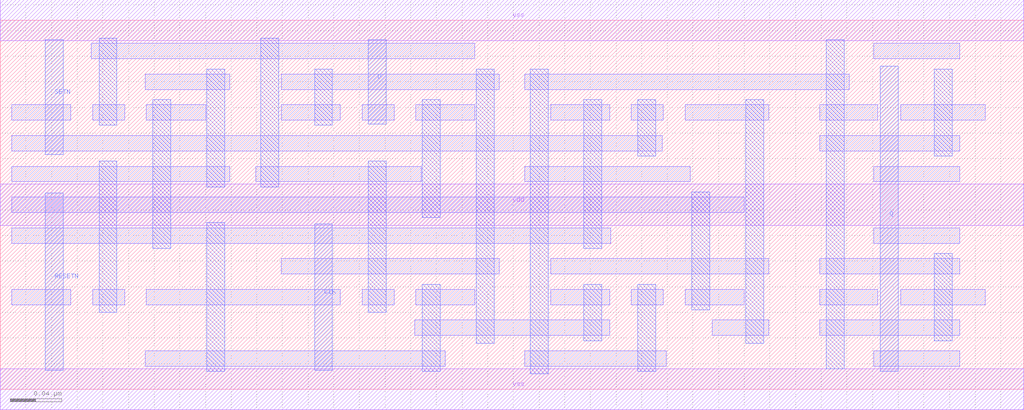
<source format=lef>
/******************************************************************************/
/* BSD 3-Clause License
/*
/* Copyright 2025 Dongwon Jang, Piyush Kumar, Da Eun Shim, Akshata Ashoka, Meghana Mallikarjuna, Azad Naeemi, or Georgia Institute of Technology
/*
/* Redistribution and use in source and binary forms, with or without 
/* modification, are permitted provided that the following conditions are met:
/*
/* 1. Redistributions of source code must retain the above copyright notice, 
/* this list of conditions and the following disclaimer.
/*
/* 2. Redistributions in binary form must reproduce the above copyright notice, 
/* this list of conditions and the following disclaimer in the documentation 
/* and/or other materials provided with the distribution.
/*
/* 3. Neither the name of the copyright holder nor the names of its contributors 
/* may be used to endorse or promote products derived from this software without 
/* specific prior written permission.
/*
/* THIS SOFTWARE IS PROVIDED BY THE COPYRIGHT HOLDERS AND CONTRIBUTORS “AS IS” 
/* AND ANY EXPRESS OR IMPLIED WARRANTIES, INCLUDING, BUT NOT LIMITED TO, 
/* THE IMPLIED WARRANTIES OF MERCHANTABILITY AND FITNESS FOR A PARTICULAR PURPOSE 
/* ARE DISCLAIMED. IN NO EVENT SHALL THE COPYRIGHT HOLDER OR CONTRIBUTORS BE LIABLE 
/* FOR ANY DIRECT, INDIRECT, INCIDENTAL, SPECIAL, EXEMPLARY, OR CONSEQUENTIAL DAMAGES 
/* (INCLUDING, BUT NOT LIMITED TO, PROCUREMENT OF SUBSTITUTE GOODS OR SERVICES; 
/* LOSS OF USE, DATA, OR PROFITS; OR BUSINESS INTERRUPTION) HOWEVER CAUSED AND 
/* ON ANY THEORY OF LIABILITY, WHETHER IN CONTRACT, STRICT LIABILITY, OR TORT 
/* (INCLUDING NEGLIGENCE OR OTHERWISE) ARISING IN ANY WAY OUT OF THE USE OF THIS 
/* SOFTWARE, EVEN IF ADVISED OF THE POSSIBILITY OF SUCH DAMAGE.
/******************************************************************************/


VERSION 5.8 ;
BUSBITCHARS "[]" ;
DIVIDERCHAR "/" ;

SITE gt2_6t
  CLASS CORE ;
  SIZE 0.042 BY 0.144 ;
  SYMMETRY Y ;
END gt2_6t

MACRO gt2_6t_and2_x1_w13_lvt
  CLASS CORE  ;
  ORIGIN 0 0 ;
  SYMMETRY X Y ;
  SITE gt2_6t ;
  FOREIGN gt2_6t_and2_x1_w13_lvt 0 0 ;
  SIZE 0.168 BY 0.144 ;
  PIN A
    DIRECTION INPUT ;
    USE SIGNAL ;
    PORT
      LAYER M1 ;
        RECT 0.014 0.015 0.028 0.129 ;
    END
  END A
  PIN B
    DIRECTION INPUT ;
    USE SIGNAL ;
    PORT
      LAYER M1 ;
        RECT 0.077 0.014 0.091 0.13 ;
    END
  END B
  PIN vdd
    DIRECTION INOUT ;
    USE POWER ;
    PORT
      LAYER BPR ;
        RECT 0 0.128 0.168 0.16 ;
    END
  END vdd
  PIN vss
    DIRECTION INOUT ;
    USE GROUND ;
    PORT
      LAYER BPR ;
        RECT 0 -0.016 0.168 0.016 ;
    END
  END vss
  PIN Y
    DIRECTION OUTPUT ;
    USE SIGNAL ;
    PORT
      LAYER M1 ;
        RECT 0.042 0.014 0.056 0.13 ;
    END
  END Y
  OBS
    LAYER M0 SPACING 0 ;
      RECT 0.038 0.018 0.1595 0.03 ;
      RECT 0.0085 0.042 0.1595 0.054 ;
      RECT 0.0085 0.066 0.0545 0.078 ;
      RECT 0.0715 0.066 0.0965 0.078 ;
      RECT 0.1135 0.066 0.1595 0.078 ;
      RECT 0.0415 0.09 0.1595 0.102 ;
      RECT 0.038 0.114 0.1595 0.126 ;
    LAYER M1 SPACING 0 ;
      RECT 0.14 0.038 0.154 0.106 ;
  END
END gt2_6t_and2_x1_w13_lvt

MACRO gt2_6t_and2_x2_w13_lvt
  CLASS CORE  ;
  ORIGIN 0 0 ;
  SYMMETRY X Y ;
  SITE gt2_6t ;
  FOREIGN gt2_6t_and2_x2_w13_lvt 0 0 ;
  SIZE 0.21 BY 0.144 ;
  PIN A
    DIRECTION INPUT ;
    USE SIGNAL ;
    PORT
      LAYER M1 ;
        RECT 0.014 0.014 0.028 0.13 ;
    END
  END A
  PIN B
    DIRECTION INPUT ;
    USE SIGNAL ;
    PORT
      LAYER M1 ;
        RECT 0.077 0.014 0.091 0.13 ;
    END
  END B
  PIN vdd
    DIRECTION INOUT ;
    USE POWER ;
    PORT
      LAYER BPR ;
        RECT 0 0.128 0.21 0.16 ;
    END
  END vdd
  PIN vss
    DIRECTION INOUT ;
    USE GROUND ;
    PORT
      LAYER BPR ;
        RECT 0 -0.016 0.21 0.016 ;
    END
  END vss
  PIN Y
    DIRECTION OUTPUT ;
    USE SIGNAL ;
    PORT
      LAYER M1 ;
        RECT 0.042 0.014 0.056 0.13 ;
    END
  END Y
  OBS
    LAYER M0 SPACING 0 ;
      RECT 0.038 0.018 0.1595 0.03 ;
      RECT 0.0085 0.042 0.1595 0.054 ;
      RECT 0.0085 0.066 0.0545 0.078 ;
      RECT 0.0715 0.066 0.0965 0.078 ;
      RECT 0.1135 0.066 0.181 0.078 ;
      RECT 0.0415 0.09 0.1595 0.102 ;
      RECT 0.038 0.114 0.1595 0.126 ;
    LAYER M1 SPACING 0 ;
      RECT 0.14 0.038 0.154 0.106 ;
  END
END gt2_6t_and2_x2_w13_lvt

MACRO gt2_6t_and2_x3_w13_lvt
  CLASS CORE  ;
  ORIGIN 0 0 ;
  SYMMETRY X Y ;
  SITE gt2_6t ;
  FOREIGN gt2_6t_and2_x3_w13_lvt 0 0 ;
  SIZE 0.252 BY 0.144 ;
  PIN A
    DIRECTION INPUT ;
    USE SIGNAL ;
    PORT
      LAYER M1 ;
        RECT 0.014 0.014 0.028 0.13 ;
    END
  END A
  PIN B
    DIRECTION INPUT ;
    USE SIGNAL ;
    PORT
      LAYER M1 ;
        RECT 0.077 0.014 0.091 0.13 ;
    END
  END B
  PIN vdd
    DIRECTION INOUT ;
    USE POWER ;
    PORT
      LAYER BPR ;
        RECT 0 0.128 0.252 0.16 ;
    END
  END vdd
  PIN vss
    DIRECTION INOUT ;
    USE GROUND ;
    PORT
      LAYER BPR ;
        RECT 0 -0.016 0.252 0.016 ;
    END
  END vss
  PIN Y
    DIRECTION OUTPUT ;
    USE SIGNAL ;
    PORT
      LAYER M1 ;
        RECT 0.042 0.014 0.056 0.13 ;
    END
  END Y
  OBS
    LAYER M0 SPACING 0 ;
      RECT 0.038 0.018 0.2435 0.03 ;
      RECT 0.0085 0.042 0.1595 0.054 ;
      RECT 0.0085 0.066 0.0545 0.078 ;
      RECT 0.0715 0.066 0.0965 0.078 ;
      RECT 0.1135 0.066 0.223 0.078 ;
      RECT 0.0415 0.09 0.1595 0.102 ;
      RECT 0.038 0.114 0.2435 0.126 ;
    LAYER M1 SPACING 0 ;
      RECT 0.14 0.038 0.154 0.106 ;
  END
END gt2_6t_and2_x3_w13_lvt

MACRO gt2_6t_and2_x4_w13_lvt
  CLASS CORE  ;
  ORIGIN 0 0 ;
  SYMMETRY X Y ;
  SITE gt2_6t ;
  FOREIGN gt2_6t_and2_x4_w13_lvt 0 0 ;
  SIZE 0.294 BY 0.144 ;
  PIN A
    DIRECTION INPUT ;
    USE SIGNAL ;
    PORT
      LAYER M1 ;
        RECT 0.014 0.014 0.028 0.13 ;
    END
  END A
  PIN B
    DIRECTION INPUT ;
    USE SIGNAL ;
    PORT
      LAYER M1 ;
        RECT 0.077 0.014 0.091 0.13 ;
    END
  END B
  PIN vdd
    DIRECTION INOUT ;
    USE POWER ;
    PORT
      LAYER BPR ;
        RECT 0 0.128 0.294 0.16 ;
    END
  END vdd
  PIN vss
    DIRECTION INOUT ;
    USE GROUND ;
    PORT
      LAYER BPR ;
        RECT 0 -0.016 0.294 0.016 ;
    END
  END vss
  PIN Y
    DIRECTION OUTPUT ;
    USE SIGNAL ;
    PORT
      LAYER M1 ;
        RECT 0.042 0.014 0.056 0.13 ;
    END
  END Y
  OBS
    LAYER M0 SPACING 0 ;
      RECT 0.038 0.018 0.2435 0.03 ;
      RECT 0.0085 0.042 0.1595 0.054 ;
      RECT 0.0085 0.066 0.0545 0.078 ;
      RECT 0.0715 0.066 0.0965 0.078 ;
      RECT 0.1135 0.066 0.265 0.078 ;
      RECT 0.0415 0.09 0.1595 0.102 ;
      RECT 0.038 0.114 0.2435 0.126 ;
    LAYER M1 SPACING 0 ;
      RECT 0.14 0.038 0.154 0.106 ;
  END
END gt2_6t_and2_x4_w13_lvt

MACRO gt2_6t_and3_x1_w13_lvt
  CLASS CORE  ;
  ORIGIN 0 0 ;
  SYMMETRY X Y ;
  SITE gt2_6t ;
  FOREIGN gt2_6t_and3_x1_w13_lvt 0 0 ;
  SIZE 0.21 BY 0.144 ;
  PIN A
    DIRECTION INPUT ;
    USE SIGNAL ;
    PORT
      LAYER M1 ;
        RECT 0.014 0.014 0.028 0.13 ;
    END
  END A
  PIN B
    DIRECTION INPUT ;
    USE SIGNAL ;
    PORT
      LAYER M1 ;
        RECT 0.077 0.014 0.091 0.13 ;
    END
  END B
  PIN vdd
    DIRECTION INOUT ;
    USE POWER ;
    PORT
      LAYER BPR ;
        RECT 0 0.128 0.21 0.16 ;
    END
  END vdd
  PIN vss
    DIRECTION INOUT ;
    USE GROUND ;
    PORT
      LAYER BPR ;
        RECT 0 -0.016 0.21 0.016 ;
    END
  END vss
  PIN Y
    DIRECTION OUTPUT ;
    USE SIGNAL ;
    PORT
      LAYER M1 ;
        RECT 0.154 0.014 0.168 0.13 ;
    END
  END Y
  PIN C
    DIRECTION INOUT ;
    USE SIGNAL ;
    PORT
      LAYER M1 ;
        RECT 0.119 0.014 0.133 0.13 ;
    END
  END C
  OBS
    LAYER M0 SPACING 0 ;
      RECT 0.147 0.018 0.2015 0.03 ;
      RECT 0.0085 0.042 0.2015 0.054 ;
      RECT 0.0085 0.066 0.0545 0.078 ;
      RECT 0.0715 0.066 0.0965 0.078 ;
      RECT 0.1135 0.066 0.1385 0.078 ;
      RECT 0.1555 0.066 0.2015 0.078 ;
      RECT 0.0085 0.09 0.2015 0.102 ;
      RECT 0.147 0.114 0.2015 0.126 ;
    LAYER M1 SPACING 0 ;
      RECT 0.182 0.038 0.196 0.106 ;
  END
END gt2_6t_and3_x1_w13_lvt

MACRO gt2_6t_ao211_x1_w13_lvt
  CLASS CORE  ;
  ORIGIN 0 0 ;
  SYMMETRY X Y ;
  SITE gt2_6t ;
  FOREIGN gt2_6t_ao211_x1_w13_lvt 0 0 ;
  SIZE 0.294 BY 0.144 ;
  PIN B
    DIRECTION INOUT ;
    USE SIGNAL ;
    PORT
      LAYER M1 ;
        RECT 0.119 0.014 0.133 0.13 ;
    END
  END B
  PIN Y
    DIRECTION OUTPUT ;
    USE SIGNAL ;
    PORT
      LAYER M1 ;
        RECT 0.266 0.014 0.28 0.13 ;
    END
  END Y
  PIN vdd
    DIRECTION INOUT ;
    USE POWER ;
    PORT
      LAYER BPR ;
        RECT 0 0.128 0.294 0.16 ;
    END
  END vdd
  PIN vss
    DIRECTION INOUT ;
    USE GROUND ;
    PORT
      LAYER BPR ;
        RECT 0 -0.016 0.294 0.016 ;
    END
  END vss
  PIN A2
    DIRECTION INPUT ;
    USE SIGNAL ;
    PORT
      LAYER M1 ;
        RECT 0.035 0.014 0.049 0.13 ;
    END
  END A2
  PIN A1
    DIRECTION INPUT ;
    USE SIGNAL ;
    PORT
      LAYER M1 ;
        RECT 0.077 0.014 0.091 0.13 ;
    END
  END A1
  PIN C
    DIRECTION INOUT ;
    USE SIGNAL ;
    PORT
      LAYER M1 ;
        RECT 0.161 0.014 0.175 0.13 ;
    END
  END C
  OBS
    LAYER M0 SPACING 0 ;
      RECT 0.2605 0.018 0.2855 0.03 ;
      RECT 0.0925 0.042 0.2425 0.054 ;
      RECT 0.0085 0.066 0.0545 0.078 ;
      RECT 0.0715 0.066 0.0965 0.078 ;
      RECT 0.1135 0.066 0.1385 0.078 ;
      RECT 0.1555 0.066 0.1805 0.078 ;
      RECT 0.22 0.066 0.264 0.078 ;
      RECT 0.1705 0.09 0.2425 0.102 ;
      RECT 0.0085 0.114 0.1175 0.126 ;
      RECT 0.2605 0.114 0.2855 0.126 ;
    LAYER M1 SPACING 0 ;
      RECT 0.224 0.014 0.238 0.13 ;
  END
END gt2_6t_ao211_x1_w13_lvt

MACRO gt2_6t_ao21_x1_w13_lvt
  CLASS CORE  ;
  ORIGIN 0 0 ;
  SYMMETRY X Y ;
  SITE gt2_6t ;
  FOREIGN gt2_6t_ao21_x1_w13_lvt 0 0 ;
  SIZE 0.21 BY 0.144 ;
  PIN B
    DIRECTION INPUT ;
    USE SIGNAL ;
    PORT
      LAYER M1 ;
        RECT 0.119 0.014 0.133 0.13 ;
    END
  END B
  PIN Y
    DIRECTION OUTPUT ;
    USE SIGNAL ;
    PORT
      LAYER M1 ;
        RECT 0.154 0.014 0.168 0.13 ;
    END
  END Y
  PIN vdd
    DIRECTION INOUT ;
    USE POWER ;
    PORT
      LAYER BPR ;
        RECT 0 0.128 0.21 0.16 ;
    END
  END vdd
  PIN vss
    DIRECTION INOUT ;
    USE GROUND ;
    PORT
      LAYER BPR ;
        RECT 0 -0.016 0.21 0.016 ;
    END
  END vss
  PIN A2
    DIRECTION INPUT ;
    USE SIGNAL ;
    PORT
      LAYER M1 ;
        RECT 0.014 0.014 0.028 0.13 ;
    END
  END A2
  PIN A1
    DIRECTION INPUT ;
    USE SIGNAL ;
    PORT
      LAYER M1 ;
        RECT 0.077 0.014 0.091 0.13 ;
    END
  END A1
  OBS
    LAYER M0 SPACING 0 ;
      RECT 0.134 0.018 0.2015 0.03 ;
      RECT 0.0925 0.042 0.2015 0.054 ;
      RECT 0.0085 0.066 0.0545 0.078 ;
      RECT 0.0715 0.066 0.0965 0.078 ;
      RECT 0.1135 0.066 0.1385 0.078 ;
      RECT 0.1555 0.066 0.2015 0.078 ;
      RECT 0.0085 0.09 0.1385 0.102 ;
      RECT 0.0505 0.114 0.2015 0.126 ;
    LAYER M1 SPACING 0 ;
      RECT 0.182 0.014 0.196 0.13 ;
  END
END gt2_6t_ao21_x1_w13_lvt

MACRO gt2_6t_ao22_x1_w13_lvt
  CLASS CORE  ;
  ORIGIN 0 0 ;
  SYMMETRY X Y ;
  SITE gt2_6t ;
  FOREIGN gt2_6t_ao22_x1_w13_lvt 0 0 ;
  SIZE 0.294 BY 0.144 ;
  PIN B1
    DIRECTION INPUT ;
    USE SIGNAL ;
    PORT
      LAYER M1 ;
        RECT 0.161 0.014 0.175 0.13 ;
    END
  END B1
  PIN Y
    DIRECTION OUTPUT ;
    USE SIGNAL ;
    PORT
      LAYER M1 ;
        RECT 0.266 0.014 0.28 0.13 ;
    END
  END Y
  PIN vdd
    DIRECTION INOUT ;
    USE POWER ;
    PORT
      LAYER BPR ;
        RECT 0 0.128 0.294 0.16 ;
    END
  END vdd
  PIN vss
    DIRECTION INOUT ;
    USE GROUND ;
    PORT
      LAYER BPR ;
        RECT 0 -0.016 0.294 0.016 ;
    END
  END vss
  PIN A2
    DIRECTION INPUT ;
    USE SIGNAL ;
    PORT
      LAYER M1 ;
        RECT 0.077 0.014 0.091 0.13 ;
    END
  END A2
  PIN A1
    DIRECTION INPUT ;
    USE SIGNAL ;
    PORT
      LAYER M1 ;
        RECT 0.035 0.014 0.049 0.13 ;
    END
  END A1
  PIN B2
    DIRECTION INPUT ;
    USE SIGNAL ;
    PORT
      LAYER M1 ;
        RECT 0.119 0.014 0.133 0.13 ;
    END
  END B2
  OBS
    LAYER M0 SPACING 0 ;
      RECT 0.2605 0.018 0.2855 0.03 ;
      RECT 0.0925 0.042 0.2425 0.054 ;
      RECT 0.0085 0.066 0.0545 0.078 ;
      RECT 0.0715 0.066 0.0965 0.078 ;
      RECT 0.1135 0.066 0.1385 0.078 ;
      RECT 0.1555 0.066 0.1805 0.078 ;
      RECT 0.22 0.066 0.264 0.078 ;
      RECT 0.1345 0.09 0.2425 0.102 ;
      RECT 0.0085 0.114 0.2015 0.126 ;
      RECT 0.2605 0.114 0.2855 0.126 ;
    LAYER M1 SPACING 0 ;
      RECT 0.224 0.014 0.238 0.13 ;
  END
END gt2_6t_ao22_x1_w13_lvt

MACRO gt2_6t_ao31_x1_w13_lvt
  CLASS CORE  ;
  ORIGIN 0 0 ;
  SYMMETRY X Y ;
  SITE gt2_6t ;
  FOREIGN gt2_6t_ao31_x1_w13_lvt 0 0 ;
  SIZE 0.294 BY 0.144 ;
  PIN B
    DIRECTION INOUT ;
    USE SIGNAL ;
    PORT
      LAYER M1 ;
        RECT 0.161 0.014 0.175 0.13 ;
    END
  END B
  PIN Y
    DIRECTION OUTPUT ;
    USE SIGNAL ;
    PORT
      LAYER M1 ;
        RECT 0.266 0.014 0.28 0.13 ;
    END
  END Y
  PIN vdd
    DIRECTION INOUT ;
    USE POWER ;
    PORT
      LAYER BPR ;
        RECT 0 0.128 0.294 0.16 ;
    END
  END vdd
  PIN vss
    DIRECTION INOUT ;
    USE GROUND ;
    PORT
      LAYER BPR ;
        RECT 0 -0.016 0.294 0.016 ;
    END
  END vss
  PIN A2
    DIRECTION INPUT ;
    USE SIGNAL ;
    PORT
      LAYER M1 ;
        RECT 0.077 0.014 0.091 0.13 ;
    END
  END A2
  PIN A1
    DIRECTION INPUT ;
    USE SIGNAL ;
    PORT
      LAYER M1 ;
        RECT 0.035 0.014 0.049 0.13 ;
    END
  END A1
  PIN A3
    DIRECTION INOUT ;
    USE SIGNAL ;
    PORT
      LAYER M1 ;
        RECT 0.119 0.014 0.133 0.13 ;
    END
  END A3
  OBS
    LAYER M0 SPACING 0 ;
      RECT 0.2605 0.018 0.2855 0.03 ;
      RECT 0.0085 0.042 0.2425 0.054 ;
      RECT 0.0085 0.066 0.0545 0.078 ;
      RECT 0.0715 0.066 0.0965 0.078 ;
      RECT 0.1135 0.066 0.1385 0.078 ;
      RECT 0.1555 0.066 0.1805 0.078 ;
      RECT 0.22 0.066 0.264 0.078 ;
      RECT 0.1765 0.09 0.2425 0.102 ;
      RECT 0.0505 0.114 0.1595 0.126 ;
      RECT 0.2605 0.114 0.2855 0.126 ;
    LAYER M1 SPACING 0 ;
      RECT 0.224 0.014 0.238 0.13 ;
  END
END gt2_6t_ao31_x1_w13_lvt

MACRO gt2_6t_ao32_x1_w13_lvt
  CLASS CORE  ;
  ORIGIN 0 0 ;
  SYMMETRY X Y ;
  SITE gt2_6t ;
  FOREIGN gt2_6t_ao32_x1_w13_lvt 0 0 ;
  SIZE 0.336 BY 0.144 ;
  PIN B2
    DIRECTION INOUT ;
    USE SIGNAL ;
    PORT
      LAYER M1 ;
        RECT 0.161 0.014 0.175 0.13 ;
    END
  END B2
  PIN Y
    DIRECTION OUTPUT ;
    USE SIGNAL ;
    PORT
      LAYER M1 ;
        RECT 0.308 0.014 0.322 0.13 ;
    END
  END Y
  PIN vdd
    DIRECTION INOUT ;
    USE POWER ;
    PORT
      LAYER BPR ;
        RECT 0 0.128 0.336 0.16 ;
    END
  END vdd
  PIN vss
    DIRECTION INOUT ;
    USE GROUND ;
    PORT
      LAYER BPR ;
        RECT 0 -0.016 0.336 0.016 ;
    END
  END vss
  PIN A2
    DIRECTION INPUT ;
    USE SIGNAL ;
    PORT
      LAYER M1 ;
        RECT 0.077 0.014 0.091 0.13 ;
    END
  END A2
  PIN A1
    DIRECTION INPUT ;
    USE SIGNAL ;
    PORT
      LAYER M1 ;
        RECT 0.035 0.014 0.049 0.13 ;
    END
  END A1
  PIN A3
    DIRECTION INOUT ;
    USE SIGNAL ;
    PORT
      LAYER M1 ;
        RECT 0.119 0.014 0.133 0.13 ;
    END
  END A3
  PIN B1
    DIRECTION INOUT ;
    USE SIGNAL ;
    PORT
      LAYER M1 ;
        RECT 0.203 0.014 0.217 0.13 ;
    END
  END B1
  OBS
    LAYER M0 SPACING 0 ;
      RECT 0.3025 0.018 0.3275 0.03 ;
      RECT 0.0085 0.042 0.284 0.054 ;
      RECT 0.0085 0.066 0.0545 0.078 ;
      RECT 0.0715 0.066 0.0965 0.078 ;
      RECT 0.1135 0.066 0.1385 0.078 ;
      RECT 0.1555 0.066 0.1805 0.078 ;
      RECT 0.1975 0.066 0.2225 0.078 ;
      RECT 0.262 0.066 0.3065 0.078 ;
      RECT 0.1765 0.09 0.285 0.102 ;
      RECT 0.0505 0.114 0.2435 0.126 ;
      RECT 0.3025 0.114 0.3275 0.126 ;
    LAYER M1 SPACING 0 ;
      RECT 0.266 0.038 0.28 0.106 ;
  END
END gt2_6t_ao32_x1_w13_lvt

MACRO gt2_6t_ao33_x1_w13_lvt
  CLASS CORE  ;
  ORIGIN 0 0 ;
  SYMMETRY X Y ;
  SITE gt2_6t ;
  FOREIGN gt2_6t_ao33_x1_w13_lvt 0 0 ;
  SIZE 0.378 BY 0.144 ;
  PIN B2
    DIRECTION INOUT ;
    USE SIGNAL ;
    PORT
      LAYER M1 ;
        RECT 0.203 0.014 0.217 0.13 ;
    END
  END B2
  PIN Y
    DIRECTION OUTPUT ;
    USE SIGNAL ;
    PORT
      LAYER M1 ;
        RECT 0.35 0.014 0.364 0.13 ;
    END
  END Y
  PIN vdd
    DIRECTION INOUT ;
    USE POWER ;
    PORT
      LAYER BPR ;
        RECT 0 0.128 0.378 0.16 ;
    END
  END vdd
  PIN vss
    DIRECTION INOUT ;
    USE GROUND ;
    PORT
      LAYER BPR ;
        RECT 0 -0.016 0.378 0.016 ;
    END
  END vss
  PIN A2
    DIRECTION INPUT ;
    USE SIGNAL ;
    PORT
      LAYER M1 ;
        RECT 0.077 0.014 0.091 0.13 ;
    END
  END A2
  PIN A1
    DIRECTION INPUT ;
    USE SIGNAL ;
    PORT
      LAYER M1 ;
        RECT 0.035 0.014 0.049 0.13 ;
    END
  END A1
  PIN A3
    DIRECTION INOUT ;
    USE SIGNAL ;
    PORT
      LAYER M1 ;
        RECT 0.119 0.014 0.133 0.13 ;
    END
  END A3
  PIN B1
    DIRECTION INOUT ;
    USE SIGNAL ;
    PORT
      LAYER M1 ;
        RECT 0.245 0.014 0.259 0.13 ;
    END
  END B1
  PIN B3
    DIRECTION INOUT ;
    USE SIGNAL ;
    PORT
      LAYER M1 ;
        RECT 0.161 0.014 0.175 0.13 ;
    END
  END B3
  OBS
    LAYER M0 SPACING 0 ;
      RECT 0.3445 0.018 0.3695 0.03 ;
      RECT 0.0085 0.042 0.326 0.054 ;
      RECT 0.0085 0.066 0.0545 0.078 ;
      RECT 0.0715 0.066 0.0965 0.078 ;
      RECT 0.1135 0.066 0.1385 0.078 ;
      RECT 0.1555 0.066 0.1805 0.078 ;
      RECT 0.1975 0.066 0.2225 0.078 ;
      RECT 0.2395 0.066 0.2645 0.078 ;
      RECT 0.304 0.066 0.3485 0.078 ;
      RECT 0.1765 0.09 0.326 0.102 ;
      RECT 0.0505 0.114 0.2435 0.126 ;
      RECT 0.3445 0.114 0.3695 0.126 ;
    LAYER M1 SPACING 0 ;
      RECT 0.308 0.038 0.322 0.106 ;
  END
END gt2_6t_ao33_x1_w13_lvt

MACRO gt2_6t_aoi211_x1_w13_lvt
  CLASS CORE  ;
  ORIGIN 0 0 ;
  SYMMETRY X Y ;
  SITE gt2_6t ;
  FOREIGN gt2_6t_aoi211_x1_w13_lvt 0 0 ;
  SIZE 0.21 BY 0.144 ;
  PIN B
    DIRECTION INOUT ;
    USE SIGNAL ;
    PORT
      LAYER M1 ;
        RECT 0.119 0.014 0.133 0.13 ;
    END
  END B
  PIN Y
    DIRECTION OUTPUT ;
    USE SIGNAL ;
    PORT
      LAYER M1 ;
        RECT 0.154 0.014 0.168 0.13 ;
    END
  END Y
  PIN vdd
    DIRECTION INOUT ;
    USE POWER ;
    PORT
      LAYER BPR ;
        RECT 0 0.128 0.21 0.16 ;
    END
  END vdd
  PIN vss
    DIRECTION INOUT ;
    USE GROUND ;
    PORT
      LAYER BPR ;
        RECT 0 -0.016 0.21 0.016 ;
    END
  END vss
  PIN A2
    DIRECTION INPUT ;
    USE SIGNAL ;
    PORT
      LAYER M1 ;
        RECT 0.035 0.014 0.049 0.13 ;
    END
  END A2
  PIN A1
    DIRECTION INPUT ;
    USE SIGNAL ;
    PORT
      LAYER M1 ;
        RECT 0.077 0.014 0.091 0.13 ;
    END
  END A1
  PIN C
    DIRECTION INOUT ;
    USE SIGNAL ;
    PORT
      LAYER M1 ;
        RECT 0.182 0.014 0.196 0.13 ;
    END
  END C
  OBS
    LAYER M0 SPACING 0 ;
      RECT 0.0925 0.042 0.2015 0.054 ;
      RECT 0.0085 0.066 0.0545 0.078 ;
      RECT 0.0715 0.066 0.0965 0.078 ;
      RECT 0.1135 0.066 0.1385 0.078 ;
      RECT 0.1555 0.066 0.2015 0.078 ;
      RECT 0.1315 0.09 0.2015 0.102 ;
      RECT 0.0085 0.114 0.1175 0.126 ;
  END
END gt2_6t_aoi211_x1_w13_lvt

MACRO gt2_6t_aoi21_x1_w13_lvt
  CLASS CORE  ;
  ORIGIN 0 0 ;
  SYMMETRY X Y ;
  SITE gt2_6t ;
  FOREIGN gt2_6t_aoi21_x1_w13_lvt 0 0 ;
  SIZE 0.168 BY 0.144 ;
  PIN B
    DIRECTION INPUT ;
    USE SIGNAL ;
    PORT
      LAYER M1 ;
        RECT 0.119 0.015 0.133 0.129 ;
    END
  END B
  PIN Y
    DIRECTION OUTPUT ;
    USE SIGNAL ;
    PORT
      LAYER M1 ;
        RECT 0.042 0.015 0.056 0.13 ;
    END
  END Y
  PIN vdd
    DIRECTION INOUT ;
    USE POWER ;
    PORT
      LAYER BPR ;
        RECT 0 0.128 0.168 0.16 ;
    END
  END vdd
  PIN vss
    DIRECTION INOUT ;
    USE GROUND ;
    PORT
      LAYER BPR ;
        RECT 0 -0.016 0.168 0.016 ;
    END
  END vss
  PIN A2
    DIRECTION INPUT ;
    USE SIGNAL ;
    PORT
      LAYER M1 ;
        RECT 0.077 0.015 0.091 0.129 ;
    END
  END A2
  PIN A1
    DIRECTION INPUT ;
    USE SIGNAL ;
    PORT
      LAYER M1 ;
        RECT 0.014 0.015 0.028 0.129 ;
    END
  END A1
  OBS
    LAYER M0 SPACING 0 ;
      RECT 0.0085 0.042 0.1595 0.054 ;
      RECT 0.0095 0.066 0.0545 0.078 ;
      RECT 0.0715 0.066 0.0965 0.078 ;
      RECT 0.1135 0.066 0.1385 0.078 ;
      RECT 0.0085 0.09 0.1175 0.102 ;
      RECT 0.038 0.114 0.0765 0.126 ;
  END
END gt2_6t_aoi21_x1_w13_lvt

MACRO gt2_6t_aoi22_x1_w13_lvt
  CLASS CORE  ;
  ORIGIN 0 0 ;
  SYMMETRY X Y ;
  SITE gt2_6t ;
  FOREIGN gt2_6t_aoi22_x1_w13_lvt 0 0 ;
  SIZE 0.21 BY 0.144 ;
  PIN B1
    DIRECTION INOUT ;
    USE SIGNAL ;
    PORT
      LAYER M1 ;
        RECT 0.182 0.014 0.196 0.13 ;
    END
  END B1
  PIN Y
    DIRECTION OUTPUT ;
    USE SIGNAL ;
    PORT
      LAYER M1 ;
        RECT 0.154 0.014 0.168 0.13 ;
    END
  END Y
  PIN vdd
    DIRECTION INOUT ;
    USE POWER ;
    PORT
      LAYER BPR ;
        RECT 0 0.128 0.21 0.16 ;
    END
  END vdd
  PIN vss
    DIRECTION INOUT ;
    USE GROUND ;
    PORT
      LAYER BPR ;
        RECT 0 -0.016 0.21 0.016 ;
    END
  END vss
  PIN A2
    DIRECTION INPUT ;
    USE SIGNAL ;
    PORT
      LAYER M1 ;
        RECT 0.077 0.014 0.091 0.13 ;
    END
  END A2
  PIN A1
    DIRECTION INPUT ;
    USE SIGNAL ;
    PORT
      LAYER M1 ;
        RECT 0.035 0.014 0.049 0.13 ;
    END
  END A1
  PIN B2
    DIRECTION INOUT ;
    USE SIGNAL ;
    PORT
      LAYER M1 ;
        RECT 0.119 0.014 0.133 0.13 ;
    END
  END B2
  OBS
    LAYER M0 SPACING 0 ;
      RECT 0.0925 0.042 0.177 0.054 ;
      RECT 0.0085 0.066 0.0545 0.078 ;
      RECT 0.0715 0.066 0.0965 0.078 ;
      RECT 0.1135 0.066 0.1385 0.078 ;
      RECT 0.1555 0.066 0.2015 0.078 ;
      RECT 0.129 0.09 0.177 0.102 ;
      RECT 0.0085 0.114 0.2015 0.126 ;
  END
END gt2_6t_aoi22_x1_w13_lvt

MACRO gt2_6t_aoi31_x1_w13_lvt
  CLASS CORE  ;
  ORIGIN 0 0 ;
  SYMMETRY X Y ;
  SITE gt2_6t ;
  FOREIGN gt2_6t_aoi31_x1_w13_lvt 0 0 ;
  SIZE 0.21 BY 0.144 ;
  PIN B
    DIRECTION INOUT ;
    USE SIGNAL ;
    PORT
      LAYER M1 ;
        RECT 0.182 0.014 0.196 0.13 ;
    END
  END B
  PIN Y
    DIRECTION OUTPUT ;
    USE SIGNAL ;
    PORT
      LAYER M1 ;
        RECT 0.154 0.014 0.168 0.13 ;
    END
  END Y
  PIN vdd
    DIRECTION INOUT ;
    USE POWER ;
    PORT
      LAYER BPR ;
        RECT 0 0.128 0.21 0.16 ;
    END
  END vdd
  PIN vss
    DIRECTION INOUT ;
    USE GROUND ;
    PORT
      LAYER BPR ;
        RECT 0 -0.016 0.21 0.016 ;
    END
  END vss
  PIN A2
    DIRECTION INPUT ;
    USE SIGNAL ;
    PORT
      LAYER M1 ;
        RECT 0.077 0.014 0.091 0.13 ;
    END
  END A2
  PIN A1
    DIRECTION INPUT ;
    USE SIGNAL ;
    PORT
      LAYER M1 ;
        RECT 0.035 0.014 0.049 0.13 ;
    END
  END A1
  PIN A3
    DIRECTION INOUT ;
    USE SIGNAL ;
    PORT
      LAYER M1 ;
        RECT 0.119 0.014 0.133 0.13 ;
    END
  END A3
  OBS
    LAYER M0 SPACING 0 ;
      RECT 0.0085 0.042 0.2015 0.054 ;
      RECT 0.0085 0.066 0.0545 0.078 ;
      RECT 0.0715 0.066 0.0965 0.078 ;
      RECT 0.1135 0.066 0.1385 0.078 ;
      RECT 0.1555 0.066 0.2015 0.078 ;
      RECT 0.1315 0.09 0.2015 0.102 ;
      RECT 0.0505 0.114 0.1595 0.126 ;
  END
END gt2_6t_aoi31_x1_w13_lvt

MACRO gt2_6t_aoi32_x1_w13_lvt
  CLASS CORE  ;
  ORIGIN 0 0 ;
  SYMMETRY X Y ;
  SITE gt2_6t ;
  FOREIGN gt2_6t_aoi32_x1_w13_lvt 0 0 ;
  SIZE 0.252 BY 0.144 ;
  PIN B2
    DIRECTION INOUT ;
    USE SIGNAL ;
    PORT
      LAYER M1 ;
        RECT 0.161 0.014 0.175 0.13 ;
    END
  END B2
  PIN Y
    DIRECTION OUTPUT ;
    USE SIGNAL ;
    PORT
      LAYER M1 ;
        RECT 0.196 0.014 0.21 0.13 ;
    END
  END Y
  PIN vdd
    DIRECTION INOUT ;
    USE POWER ;
    PORT
      LAYER BPR ;
        RECT 0 0.128 0.252 0.16 ;
    END
  END vdd
  PIN vss
    DIRECTION INOUT ;
    USE GROUND ;
    PORT
      LAYER BPR ;
        RECT 0 -0.016 0.252 0.016 ;
    END
  END vss
  PIN A2
    DIRECTION INPUT ;
    USE SIGNAL ;
    PORT
      LAYER M1 ;
        RECT 0.077 0.014 0.091 0.13 ;
    END
  END A2
  PIN A1
    DIRECTION INPUT ;
    USE SIGNAL ;
    PORT
      LAYER M1 ;
        RECT 0.035 0.014 0.049 0.13 ;
    END
  END A1
  PIN A3
    DIRECTION INOUT ;
    USE SIGNAL ;
    PORT
      LAYER M1 ;
        RECT 0.119 0.014 0.133 0.13 ;
    END
  END A3
  PIN B1
    DIRECTION INOUT ;
    USE SIGNAL ;
    PORT
      LAYER M1 ;
        RECT 0.224 0.014 0.238 0.13 ;
    END
  END B1
  OBS
    LAYER M0 SPACING 0 ;
      RECT 0.0085 0.042 0.2435 0.054 ;
      RECT 0.0085 0.066 0.0545 0.078 ;
      RECT 0.0715 0.066 0.0965 0.078 ;
      RECT 0.1135 0.066 0.1385 0.078 ;
      RECT 0.1555 0.066 0.1805 0.078 ;
      RECT 0.1975 0.066 0.2435 0.078 ;
      RECT 0.1765 0.09 0.2435 0.102 ;
      RECT 0.0505 0.114 0.2435 0.126 ;
  END
END gt2_6t_aoi32_x1_w13_lvt

MACRO gt2_6t_aoi33_x1_w13_lvt
  CLASS CORE  ;
  ORIGIN 0 0 ;
  SYMMETRY X Y ;
  SITE gt2_6t ;
  FOREIGN gt2_6t_aoi33_x1_w13_lvt 0 0 ;
  SIZE 0.294 BY 0.144 ;
  PIN B2
    DIRECTION INOUT ;
    USE SIGNAL ;
    PORT
      LAYER M1 ;
        RECT 0.203 0.014 0.217 0.13 ;
    END
  END B2
  PIN Y
    DIRECTION OUTPUT ;
    USE SIGNAL ;
    PORT
      LAYER M1 ;
        RECT 0.238 0.014 0.252 0.13 ;
    END
  END Y
  PIN vdd
    DIRECTION INOUT ;
    USE POWER ;
    PORT
      LAYER BPR ;
        RECT 0 0.128 0.294 0.16 ;
    END
  END vdd
  PIN vss
    DIRECTION INOUT ;
    USE GROUND ;
    PORT
      LAYER BPR ;
        RECT 0 -0.016 0.294 0.016 ;
    END
  END vss
  PIN A2
    DIRECTION INPUT ;
    USE SIGNAL ;
    PORT
      LAYER M1 ;
        RECT 0.077 0.014 0.091 0.13 ;
    END
  END A2
  PIN A1
    DIRECTION INPUT ;
    USE SIGNAL ;
    PORT
      LAYER M1 ;
        RECT 0.035 0.014 0.049 0.13 ;
    END
  END A1
  PIN A3
    DIRECTION INOUT ;
    USE SIGNAL ;
    PORT
      LAYER M1 ;
        RECT 0.119 0.014 0.133 0.13 ;
    END
  END A3
  PIN B1
    DIRECTION INOUT ;
    USE SIGNAL ;
    PORT
      LAYER M1 ;
        RECT 0.266 0.014 0.28 0.13 ;
    END
  END B1
  PIN B3
    DIRECTION INOUT ;
    USE SIGNAL ;
    PORT
      LAYER M1 ;
        RECT 0.161 0.014 0.175 0.13 ;
    END
  END B3
  OBS
    LAYER M0 SPACING 0 ;
      RECT 0.0085 0.042 0.2855 0.054 ;
      RECT 0.0085 0.066 0.0545 0.078 ;
      RECT 0.0715 0.066 0.0965 0.078 ;
      RECT 0.1135 0.066 0.1385 0.078 ;
      RECT 0.1555 0.066 0.1805 0.078 ;
      RECT 0.1975 0.066 0.2225 0.078 ;
      RECT 0.2395 0.066 0.2855 0.078 ;
      RECT 0.1765 0.09 0.2855 0.102 ;
      RECT 0.0505 0.114 0.2435 0.126 ;
  END
END gt2_6t_aoi33_x1_w13_lvt

MACRO gt2_6t_buf_x1_w13_lvt
  CLASS CORE  ;
  ORIGIN 0 0 ;
  SYMMETRY X Y ;
  SITE gt2_6t ;
  FOREIGN gt2_6t_buf_x1_w13_lvt 0 0 ;
  SIZE 0.126 BY 0.144 ;
  PIN A
    DIRECTION INPUT ;
    USE SIGNAL ;
    PORT
      LAYER M1 ;
        RECT 0.014 0.015 0.028 0.129 ;
    END
  END A
  PIN Y
    DIRECTION OUTPUT ;
    USE SIGNAL ;
    PORT
      LAYER M1 ;
        RECT 0.056 0.014 0.07 0.13 ;
    END
  END Y
  PIN vdd
    DIRECTION INOUT ;
    USE POWER ;
    PORT
      LAYER BPR ;
        RECT 0 0.128 0.126 0.16 ;
    END
  END vdd
  PIN vss
    DIRECTION INOUT ;
    USE GROUND ;
    PORT
      LAYER BPR ;
        RECT 0 -0.016 0.126 0.016 ;
    END
  END vss
  OBS
    LAYER M0 SPACING 0 ;
      RECT 0.052 0.018 0.1175 0.03 ;
      RECT 0.0085 0.042 0.1175 0.054 ;
      RECT 0.0085 0.066 0.054 0.078 ;
      RECT 0.072 0.066 0.1175 0.078 ;
      RECT 0.0085 0.09 0.1175 0.102 ;
      RECT 0.052 0.114 0.1175 0.126 ;
    LAYER M1 SPACING 0 ;
      RECT 0.098 0.038 0.112 0.106 ;
  END
END gt2_6t_buf_x1_w13_lvt

MACRO gt2_6t_buf_x10_w13_lvt
  CLASS CORE  ;
  ORIGIN 0 0 ;
  SYMMETRY X Y ;
  SITE gt2_6t ;
  FOREIGN gt2_6t_buf_x10_w13_lvt 0 0 ;
  SIZE 0.588 BY 0.144 ;
  PIN vdd
    DIRECTION INOUT ;
    USE POWER ;
    PORT
      LAYER BPR ;
        RECT 0 0.128 0.588 0.16 ;
    END
  END vdd
  PIN vss
    DIRECTION INOUT ;
    USE GROUND ;
    PORT
      LAYER BPR ;
        RECT 0 -0.016 0.588 0.016 ;
    END
  END vss
  PIN Y
    DIRECTION OUTPUT ;
    USE SIGNAL ;
    PORT
      LAYER M1 ;
        RECT 0.14 0.014 0.154 0.13 ;
    END
  END Y
  PIN A
    DIRECTION INPUT ;
    USE SIGNAL ;
    PORT
      LAYER M1 ;
        RECT 0.098 0.0155 0.112 0.1285 ;
    END
  END A
  OBS
    LAYER M1 SPACING 0 ;
      RECT 0.182 0.038 0.196 0.106 ;
    LAYER M0 SPACING 0 ;
      RECT 0.1345 0.018 0.5375 0.03 ;
      RECT 0.0085 0.042 0.2015 0.054 ;
      RECT 0.03 0.066 0.138 0.078 ;
      RECT 0.156 0.066 0.558 0.078 ;
      RECT 0.0085 0.09 0.2015 0.102 ;
      RECT 0.1345 0.114 0.5375 0.126 ;
  END
END gt2_6t_buf_x10_w13_lvt

MACRO gt2_6t_buf_x12_w13_lvt
  CLASS CORE  ;
  ORIGIN 0 0 ;
  SYMMETRY X Y ;
  SITE gt2_6t ;
  FOREIGN gt2_6t_buf_x12_w13_lvt 0 0 ;
  SIZE 0.672 BY 0.144 ;
  PIN vdd
    DIRECTION INOUT ;
    USE POWER ;
    PORT
      LAYER BPR ;
        RECT 0 0.128 0.672 0.16 ;
    END
  END vdd
  PIN vss
    DIRECTION INOUT ;
    USE GROUND ;
    PORT
      LAYER BPR ;
        RECT 0 -0.016 0.672 0.016 ;
    END
  END vss
  PIN Y
    DIRECTION OUTPUT ;
    USE SIGNAL ;
    PORT
      LAYER M1 ;
        RECT 0.14 0.014 0.154 0.13 ;
    END
  END Y
  PIN A
    DIRECTION INPUT ;
    USE SIGNAL ;
    PORT
      LAYER M1 ;
        RECT 0.098 0.0155 0.112 0.1285 ;
    END
  END A
  OBS
    LAYER M1 SPACING 0 ;
      RECT 0.182 0.038 0.196 0.106 ;
    LAYER M0 SPACING 0 ;
      RECT 0.1345 0.018 0.6215 0.03 ;
      RECT 0.0085 0.042 0.2015 0.054 ;
      RECT 0.03 0.066 0.138 0.078 ;
      RECT 0.156 0.066 0.642 0.078 ;
      RECT 0.0085 0.09 0.2015 0.102 ;
      RECT 0.1345 0.114 0.6215 0.126 ;
  END
END gt2_6t_buf_x12_w13_lvt

MACRO gt2_6t_buf_x2_w13_lvt
  CLASS CORE  ;
  ORIGIN 0 0 ;
  SYMMETRY X Y ;
  SITE gt2_6t ;
  FOREIGN gt2_6t_buf_x2_w13_lvt 0 0 ;
  SIZE 0.168 BY 0.144 ;
  PIN vdd
    DIRECTION INOUT ;
    USE POWER ;
    PORT
      LAYER BPR ;
        RECT 0 0.128 0.168 0.16 ;
    END
  END vdd
  PIN vss
    DIRECTION INOUT ;
    USE GROUND ;
    PORT
      LAYER BPR ;
        RECT 0 -0.016 0.168 0.016 ;
    END
  END vss
  PIN Y
    DIRECTION OUTPUT ;
    USE SIGNAL ;
    PORT
      LAYER M1 ;
        RECT 0.056 0.014 0.07 0.13 ;
    END
  END Y
  PIN A
    DIRECTION INPUT ;
    USE SIGNAL ;
    PORT
      LAYER M1 ;
        RECT 0.014 0.0155 0.028 0.1285 ;
    END
  END A
  OBS
    LAYER M1 SPACING 0 ;
      RECT 0.098 0.038 0.112 0.106 ;
    LAYER M0 SPACING 0 ;
      RECT 0.0505 0.018 0.1175 0.03 ;
      RECT 0.0085 0.042 0.1175 0.054 ;
      RECT 0.0085 0.066 0.054 0.078 ;
      RECT 0.072 0.066 0.138 0.078 ;
      RECT 0.0085 0.09 0.1175 0.102 ;
      RECT 0.0505 0.114 0.1175 0.126 ;
  END
END gt2_6t_buf_x2_w13_lvt

MACRO gt2_6t_buf_x3_w13_lvt
  CLASS CORE  ;
  ORIGIN 0 0 ;
  SYMMETRY X Y ;
  SITE gt2_6t ;
  FOREIGN gt2_6t_buf_x3_w13_lvt 0 0 ;
  SIZE 0.21 BY 0.144 ;
  PIN vdd
    DIRECTION INOUT ;
    USE POWER ;
    PORT
      LAYER BPR ;
        RECT 0 0.128 0.21 0.16 ;
    END
  END vdd
  PIN vss
    DIRECTION INOUT ;
    USE GROUND ;
    PORT
      LAYER BPR ;
        RECT 0 -0.016 0.21 0.016 ;
    END
  END vss
  PIN Y
    DIRECTION OUTPUT ;
    USE SIGNAL ;
    PORT
      LAYER M1 ;
        RECT 0.056 0.014 0.07 0.13 ;
    END
  END Y
  PIN A
    DIRECTION INPUT ;
    USE SIGNAL ;
    PORT
      LAYER M1 ;
        RECT 0.014 0.0155 0.028 0.1285 ;
    END
  END A
  OBS
    LAYER M1 SPACING 0 ;
      RECT 0.098 0.038 0.112 0.106 ;
    LAYER M0 SPACING 0 ;
      RECT 0.0505 0.018 0.2015 0.03 ;
      RECT 0.0085 0.042 0.1175 0.054 ;
      RECT 0.0085 0.066 0.054 0.078 ;
      RECT 0.072 0.066 0.18 0.078 ;
      RECT 0.0085 0.09 0.1175 0.102 ;
      RECT 0.0505 0.114 0.2015 0.126 ;
  END
END gt2_6t_buf_x3_w13_lvt

MACRO gt2_6t_buf_x4_w13_lvt
  CLASS CORE  ;
  ORIGIN 0 0 ;
  SYMMETRY X Y ;
  SITE gt2_6t ;
  FOREIGN gt2_6t_buf_x4_w13_lvt 0 0 ;
  SIZE 0.252 BY 0.144 ;
  PIN vdd
    DIRECTION INOUT ;
    USE POWER ;
    PORT
      LAYER BPR ;
        RECT 0 0.128 0.252 0.16 ;
    END
  END vdd
  PIN vss
    DIRECTION INOUT ;
    USE GROUND ;
    PORT
      LAYER BPR ;
        RECT 0 -0.016 0.252 0.016 ;
    END
  END vss
  PIN Y
    DIRECTION OUTPUT ;
    USE SIGNAL ;
    PORT
      LAYER M1 ;
        RECT 0.056 0.014 0.07 0.13 ;
    END
  END Y
  PIN A
    DIRECTION INPUT ;
    USE SIGNAL ;
    PORT
      LAYER M1 ;
        RECT 0.014 0.0155 0.028 0.1285 ;
    END
  END A
  OBS
    LAYER M1 SPACING 0 ;
      RECT 0.098 0.038 0.112 0.106 ;
    LAYER M0 SPACING 0 ;
      RECT 0.0505 0.018 0.2015 0.03 ;
      RECT 0.0085 0.042 0.1175 0.054 ;
      RECT 0.0085 0.066 0.054 0.078 ;
      RECT 0.072 0.066 0.222 0.078 ;
      RECT 0.0085 0.09 0.1175 0.102 ;
      RECT 0.0505 0.114 0.2015 0.126 ;
  END
END gt2_6t_buf_x4_w13_lvt

MACRO gt2_6t_buf_x6_w13_lvt
  CLASS CORE  ;
  ORIGIN 0 0 ;
  SYMMETRY X Y ;
  SITE gt2_6t ;
  FOREIGN gt2_6t_buf_x6_w13_lvt 0 0 ;
  SIZE 0.378 BY 0.144 ;
  PIN vdd
    DIRECTION INOUT ;
    USE POWER ;
    PORT
      LAYER BPR ;
        RECT 0 0.128 0.378 0.16 ;
    END
  END vdd
  PIN vss
    DIRECTION INOUT ;
    USE GROUND ;
    PORT
      LAYER BPR ;
        RECT 0 -0.016 0.378 0.016 ;
    END
  END vss
  PIN Y
    DIRECTION OUTPUT ;
    USE SIGNAL ;
    PORT
      LAYER M1 ;
        RECT 0.098 0.014 0.112 0.13 ;
    END
  END Y
  PIN A
    DIRECTION INPUT ;
    USE SIGNAL ;
    PORT
      LAYER M1 ;
        RECT 0.056 0.0155 0.07 0.1285 ;
    END
  END A
  OBS
    LAYER M1 SPACING 0 ;
      RECT 0.14 0.038 0.154 0.106 ;
    LAYER M0 SPACING 0 ;
      RECT 0.0925 0.018 0.3275 0.03 ;
      RECT 0.0505 0.042 0.1595 0.054 ;
      RECT 0.03 0.066 0.096 0.078 ;
      RECT 0.114 0.066 0.348 0.078 ;
      RECT 0.0505 0.09 0.1595 0.102 ;
      RECT 0.0925 0.114 0.3275 0.126 ;
  END
END gt2_6t_buf_x6_w13_lvt

MACRO gt2_6t_buf_x8_w13_lvt
  CLASS CORE  ;
  ORIGIN 0 0 ;
  SYMMETRY X Y ;
  SITE gt2_6t ;
  FOREIGN gt2_6t_buf_x8_w13_lvt 0 0 ;
  SIZE 0.462 BY 0.144 ;
  PIN vdd
    DIRECTION INOUT ;
    USE POWER ;
    PORT
      LAYER BPR ;
        RECT 0 0.128 0.462 0.16 ;
    END
  END vdd
  PIN vss
    DIRECTION INOUT ;
    USE GROUND ;
    PORT
      LAYER BPR ;
        RECT 0 -0.016 0.462 0.016 ;
    END
  END vss
  PIN Y
    DIRECTION OUTPUT ;
    USE SIGNAL ;
    PORT
      LAYER M1 ;
        RECT 0.098 0.014 0.112 0.13 ;
    END
  END Y
  PIN A
    DIRECTION INPUT ;
    USE SIGNAL ;
    PORT
      LAYER M1 ;
        RECT 0.056 0.0155 0.07 0.1285 ;
    END
  END A
  OBS
    LAYER M1 SPACING 0 ;
      RECT 0.14 0.038 0.154 0.106 ;
    LAYER M0 SPACING 0 ;
      RECT 0.0925 0.018 0.4115 0.03 ;
      RECT 0.0505 0.042 0.1595 0.054 ;
      RECT 0.03 0.066 0.096 0.078 ;
      RECT 0.114 0.066 0.432 0.078 ;
      RECT 0.0505 0.09 0.1595 0.102 ;
      RECT 0.0925 0.114 0.4115 0.126 ;
  END
END gt2_6t_buf_x8_w13_lvt

MACRO gt2_6t_decapcc
  CLASS CORE  ;
  ORIGIN 0 0 ;
  SYMMETRY X Y ;
  SITE gt2_6t ;
    FOREIGN gt2_6t_decapcc 0 0 ;
  SIZE 0.084 BY 0.144 ;
  PIN vdd
    DIRECTION INOUT ;
    USE POWER ;
    PORT
      LAYER BPR ;
        RECT 0 0.128 0.084 0.16 ;
    END
  END vdd
  PIN vss
    DIRECTION INOUT ;
    USE GROUND ;
    PORT
      LAYER BPR ;
        RECT 0 -0.016 0.084 0.016 ;
    END
  END vss
  OBS
    LAYER M0 SPACING 0 ;
      RECT 0.03 0.018 0.0755 0.03 ;
      RECT 0.0085 0.042 0.0755 0.054 ;
      RECT 0.0505 0.09 0.0755 0.102 ;
      RECT 0.0085 0.114 0.054 0.126 ;
    LAYER M1 SPACING 0 ;
      RECT 0.056 0.014 0.07 0.129 ;
      RECT 0.014 0.015 0.028 0.13 ;
  END
END gt2_6t_decapcc

MACRO gt2_6t_dffasync_x1_w13_lvt
  CLASS CORE  ;
  ORIGIN 0 0 ;
  SYMMETRY X Y ;
  SITE gt2_6t ;
  FOREIGN gt2_6t_dffasync_x1_w13_lvt 0 0 ;
  SIZE 0.63 BY 0.288 ;
  PIN CLK
    DIRECTION INPUT ;
    USE SIGNAL ;
    PORT
      LAYER M1 ;
        RECT 0.245 0.015 0.259 0.129 ;
    END
  END CLK
  PIN D
    DIRECTION INOUT ;
    USE SIGNAL ;
    PORT
      LAYER M1 ;
        RECT 0.287 0.206 0.301 0.273 ;
    END
  END D
  PIN vdd
    DIRECTION INOUT ;
    USE POWER ;
    PORT
      LAYER BPR ;
        RECT 0 0.128 0.63 0.16 ;
    END
  END vdd
  PIN Q
    DIRECTION OUTPUT ;
    USE SIGNAL ;
    PORT
      LAYER M1 ;
        RECT 0.413 0.0115 0.427 0.25 ;
    END
  END Q
  PIN RESETN
    DIRECTION INPUT ;
    USE SIGNAL ;
    PORT
      LAYER M1 ;
        RECT 0.035 0.015 0.049 0.154 ;
    END
  END RESETN
  PIN SETN
    DIRECTION INPUT ;
    USE SIGNAL ;
    PORT
      LAYER M1 ;
        RECT 0.035 0.182 0.049 0.273 ;
    END
  END SETN
  PIN vss
    DIRECTION INOUT ;
    USE GROUND ;
    PORT
      LAYER BPR ;
        RECT 0 0.272 0.63 0.304 ;
    END
    PORT
      LAYER BPR ;
        RECT 0 -0.016 0.63 0.016 ;
    END
  END vss
  OBS
    LAYER M1 SPACING 0 ;
      RECT 0.161 0.014 0.175 0.13 ;
      RECT 0.329 0.014 0.343 0.082 ;
      RECT 0.497 0.014 0.511 0.082 ;
      RECT 0.371 0.036 0.385 0.25 ;
      RECT 0.581 0.036 0.595 0.226 ;
      RECT 0.455 0.038 0.469 0.082 ;
      RECT 0.077 0.06 0.091 0.178 ;
      RECT 0.287 0.06 0.301 0.178 ;
      RECT 0.539 0.062 0.553 0.154 ;
      RECT 0.119 0.11 0.133 0.226 ;
      RECT 0.455 0.11 0.469 0.226 ;
      RECT 0.329 0.134 0.343 0.226 ;
      RECT 0.161 0.158 0.175 0.25 ;
      RECT 0.203 0.158 0.217 0.274 ;
      RECT 0.497 0.182 0.511 0.226 ;
      RECT 0.077 0.206 0.091 0.274 ;
      RECT 0.245 0.206 0.259 0.25 ;
    LAYER M0 SPACING 0 ;
      RECT 0.113 0.018 0.347 0.03 ;
      RECT 0.409 0.018 0.5185 0.03 ;
      RECT 0.323 0.042 0.475 0.054 ;
      RECT 0.5545 0.042 0.599 0.054 ;
      RECT 0.0085 0.066 0.0545 0.078 ;
      RECT 0.0715 0.066 0.0965 0.078 ;
      RECT 0.1135 0.066 0.2645 0.078 ;
      RECT 0.2815 0.066 0.3065 0.078 ;
      RECT 0.3235 0.066 0.3695 0.078 ;
      RECT 0.4285 0.066 0.4745 0.078 ;
      RECT 0.4915 0.066 0.5165 0.078 ;
      RECT 0.5335 0.066 0.5795 0.078 ;
      RECT 0.2185 0.09 0.389 0.102 ;
      RECT 0.4285 0.09 0.599 0.102 ;
      RECT 0.0085 0.114 0.4755 0.126 ;
      RECT 0.0085 0.138 0.5795 0.15 ;
      RECT 0.0085 0.162 0.179 0.174 ;
      RECT 0.199 0.162 0.3275 0.174 ;
      RECT 0.409 0.162 0.5375 0.174 ;
      RECT 0.0085 0.186 0.5155 0.198 ;
      RECT 0.0085 0.21 0.0545 0.222 ;
      RECT 0.0715 0.21 0.0965 0.222 ;
      RECT 0.1135 0.21 0.1595 0.222 ;
      RECT 0.2185 0.21 0.2645 0.222 ;
      RECT 0.2815 0.21 0.3065 0.222 ;
      RECT 0.3235 0.21 0.3695 0.222 ;
      RECT 0.4285 0.21 0.4745 0.222 ;
      RECT 0.4915 0.21 0.5165 0.222 ;
      RECT 0.5335 0.21 0.599 0.222 ;
      RECT 0.113 0.234 0.179 0.246 ;
      RECT 0.2185 0.234 0.389 0.246 ;
      RECT 0.409 0.234 0.5795 0.246 ;
      RECT 0.071 0.258 0.3695 0.27 ;
  END
END gt2_6t_dffasync_x1_w13_lvt

MACRO gt2_6t_dffasync_x2_w13_lvt
  CLASS CORE  ;
  ORIGIN 0 0 ;
  SYMMETRY X Y ;
  SITE gt2_6t ;
  FOREIGN gt2_6t_dffasync_x2_w13_lvt 0 0 ;
  SIZE 0.756 BY 0.288 ;
  PIN CLK
    DIRECTION INPUT ;
    USE SIGNAL ;
    PORT
      LAYER M1 ;
        RECT 0.245 0.015 0.259 0.129 ;
    END
  END CLK
  PIN D
    DIRECTION INOUT ;
    USE SIGNAL ;
    PORT
      LAYER M1 ;
        RECT 0.287 0.207 0.301 0.273 ;
    END
  END D
  PIN vdd
    DIRECTION INOUT ;
    USE POWER ;
    PORT
      LAYER BPR ;
        RECT 0 0.128 0.756 0.16 ;
    END
  END vdd
  PIN Q
    DIRECTION OUTPUT ;
    USE SIGNAL ;
    PORT
      LAYER M1 ;
        RECT 0.686 0.014 0.7 0.2515 ;
    END
  END Q
  PIN RESETN
    DIRECTION INPUT ;
    USE SIGNAL ;
    PORT
      LAYER M1 ;
        RECT 0.035 0.015 0.049 0.153 ;
    END
  END RESETN
  PIN SETN
    DIRECTION INPUT ;
    USE SIGNAL ;
    PORT
      LAYER M1 ;
        RECT 0.035 0.183 0.049 0.273 ;
    END
  END SETN
  PIN vss
    DIRECTION INOUT ;
    USE GROUND ;
    PORT
      LAYER BPR ;
        RECT 0 0.272 0.756 0.304 ;
    END
    PORT
      LAYER BPR ;
        RECT 0 -0.016 0.756 0.016 ;
    END
  END vss
  OBS
    LAYER M1 SPACING 0 ;
      RECT 0.413 0.0115 0.427 0.25 ;
      RECT 0.161 0.014 0.175 0.13 ;
      RECT 0.329 0.014 0.343 0.082 ;
      RECT 0.497 0.014 0.511 0.082 ;
      RECT 0.644 0.015 0.658 0.273 ;
      RECT 0.371 0.036 0.385 0.25 ;
      RECT 0.581 0.036 0.595 0.226 ;
      RECT 0.455 0.038 0.469 0.082 ;
      RECT 0.728 0.038 0.742 0.106 ;
      RECT 0.077 0.06 0.091 0.178 ;
      RECT 0.287 0.06 0.301 0.178 ;
      RECT 0.539 0.062 0.553 0.154 ;
      RECT 0.119 0.11 0.133 0.226 ;
      RECT 0.455 0.11 0.469 0.226 ;
      RECT 0.329 0.134 0.343 0.226 ;
      RECT 0.161 0.158 0.175 0.25 ;
      RECT 0.203 0.158 0.217 0.274 ;
      RECT 0.497 0.182 0.511 0.226 ;
      RECT 0.728 0.182 0.742 0.25 ;
      RECT 0.077 0.206 0.091 0.274 ;
      RECT 0.245 0.206 0.259 0.25 ;
    LAYER M0 SPACING 0 ;
      RECT 0.113 0.018 0.347 0.03 ;
      RECT 0.409 0.018 0.5185 0.03 ;
      RECT 0.682 0.018 0.7475 0.03 ;
      RECT 0.323 0.042 0.475 0.054 ;
      RECT 0.5545 0.042 0.599 0.054 ;
      RECT 0.6385 0.042 0.7475 0.054 ;
      RECT 0.0085 0.066 0.0545 0.078 ;
      RECT 0.0715 0.066 0.0965 0.078 ;
      RECT 0.1135 0.066 0.2645 0.078 ;
      RECT 0.2815 0.066 0.3065 0.078 ;
      RECT 0.3235 0.066 0.3695 0.078 ;
      RECT 0.4285 0.066 0.4745 0.078 ;
      RECT 0.4915 0.066 0.5165 0.078 ;
      RECT 0.5335 0.066 0.5795 0.078 ;
      RECT 0.6385 0.066 0.684 0.078 ;
      RECT 0.702 0.066 0.7475 0.078 ;
      RECT 0.2185 0.09 0.389 0.102 ;
      RECT 0.4285 0.09 0.599 0.102 ;
      RECT 0.6385 0.09 0.7475 0.102 ;
      RECT 0.0085 0.114 0.4755 0.126 ;
      RECT 0.682 0.114 0.7475 0.126 ;
      RECT 0.0085 0.138 0.5795 0.15 ;
      RECT 0.0085 0.162 0.179 0.174 ;
      RECT 0.199 0.162 0.3275 0.174 ;
      RECT 0.409 0.162 0.5375 0.174 ;
      RECT 0.682 0.162 0.7475 0.174 ;
      RECT 0.0085 0.186 0.5155 0.198 ;
      RECT 0.6385 0.186 0.7475 0.198 ;
      RECT 0.0085 0.21 0.0545 0.222 ;
      RECT 0.0715 0.21 0.0965 0.222 ;
      RECT 0.1135 0.21 0.1595 0.222 ;
      RECT 0.2185 0.21 0.2645 0.222 ;
      RECT 0.2815 0.21 0.3065 0.222 ;
      RECT 0.3235 0.21 0.3695 0.222 ;
      RECT 0.4285 0.21 0.4745 0.222 ;
      RECT 0.4915 0.21 0.5165 0.222 ;
      RECT 0.5335 0.21 0.599 0.222 ;
      RECT 0.6385 0.21 0.684 0.222 ;
      RECT 0.702 0.21 0.7475 0.222 ;
      RECT 0.113 0.234 0.179 0.246 ;
      RECT 0.2185 0.234 0.389 0.246 ;
      RECT 0.409 0.234 0.662 0.246 ;
      RECT 0.071 0.258 0.3695 0.27 ;
  END
END gt2_6t_dffasync_x2_w13_lvt

MACRO gt2_6t_dffasync_x4_w13_lvt
  CLASS CORE  ;
  ORIGIN 0 0 ;
  SYMMETRY X Y ;
  SITE gt2_6t ;
  FOREIGN gt2_6t_dffasync_x4_w13_lvt 0 0 ;
  SIZE 0.798 BY 0.288 ;
  PIN CLK
    DIRECTION INPUT ;
    USE SIGNAL ;
    PORT
      LAYER M1 ;
        RECT 0.245 0.015 0.259 0.129 ;
    END
  END CLK
  PIN D
    DIRECTION INOUT ;
    USE SIGNAL ;
    PORT
      LAYER M1 ;
        RECT 0.287 0.207 0.301 0.273 ;
    END
  END D
  PIN vdd
    DIRECTION INOUT ;
    USE POWER ;
    PORT
      LAYER BPR ;
        RECT 0 0.128 0.798 0.16 ;
    END
  END vdd
  PIN Q
    DIRECTION OUTPUT ;
    USE SIGNAL ;
    PORT
      LAYER M1 ;
        RECT 0.686 0.014 0.7 0.2515 ;
    END
  END Q
  PIN RESETN
    DIRECTION INPUT ;
    USE SIGNAL ;
    PORT
      LAYER M1 ;
        RECT 0.035 0.015 0.049 0.153 ;
    END
  END RESETN
  PIN SETN
    DIRECTION INPUT ;
    USE SIGNAL ;
    PORT
      LAYER M1 ;
        RECT 0.035 0.183 0.049 0.273 ;
    END
  END SETN
  PIN vss
    DIRECTION INOUT ;
    USE GROUND ;
    PORT
      LAYER BPR ;
        RECT 0 0.272 0.798 0.304 ;
    END
    PORT
      LAYER BPR ;
        RECT 0 -0.016 0.798 0.016 ;
    END
  END vss
  OBS
    LAYER M1 SPACING 0 ;
      RECT 0.413 0.0115 0.427 0.25 ;
      RECT 0.161 0.014 0.175 0.13 ;
      RECT 0.329 0.014 0.343 0.082 ;
      RECT 0.497 0.014 0.511 0.082 ;
      RECT 0.644 0.0155 0.658 0.2725 ;
      RECT 0.371 0.036 0.385 0.25 ;
      RECT 0.581 0.036 0.595 0.226 ;
      RECT 0.455 0.038 0.469 0.082 ;
      RECT 0.728 0.038 0.742 0.106 ;
      RECT 0.077 0.06 0.091 0.178 ;
      RECT 0.287 0.06 0.301 0.178 ;
      RECT 0.539 0.062 0.553 0.154 ;
      RECT 0.119 0.11 0.133 0.226 ;
      RECT 0.455 0.11 0.469 0.226 ;
      RECT 0.329 0.134 0.343 0.226 ;
      RECT 0.161 0.158 0.175 0.25 ;
      RECT 0.203 0.158 0.217 0.274 ;
      RECT 0.497 0.182 0.511 0.226 ;
      RECT 0.728 0.182 0.742 0.25 ;
      RECT 0.077 0.206 0.091 0.274 ;
      RECT 0.245 0.206 0.259 0.25 ;
    LAYER M0 SPACING 0 ;
      RECT 0.113 0.018 0.347 0.03 ;
      RECT 0.409 0.018 0.5185 0.03 ;
      RECT 0.6805 0.018 0.7475 0.03 ;
      RECT 0.323 0.042 0.475 0.054 ;
      RECT 0.5545 0.042 0.599 0.054 ;
      RECT 0.6385 0.042 0.7475 0.054 ;
      RECT 0.0085 0.066 0.0545 0.078 ;
      RECT 0.0715 0.066 0.0965 0.078 ;
      RECT 0.1135 0.066 0.2645 0.078 ;
      RECT 0.2815 0.066 0.3065 0.078 ;
      RECT 0.3235 0.066 0.3695 0.078 ;
      RECT 0.4285 0.066 0.4745 0.078 ;
      RECT 0.4915 0.066 0.5165 0.078 ;
      RECT 0.5335 0.066 0.5795 0.078 ;
      RECT 0.6385 0.066 0.684 0.078 ;
      RECT 0.702 0.066 0.768 0.078 ;
      RECT 0.2185 0.09 0.389 0.102 ;
      RECT 0.4285 0.09 0.599 0.102 ;
      RECT 0.6385 0.09 0.7475 0.102 ;
      RECT 0.0085 0.114 0.4755 0.126 ;
      RECT 0.6805 0.114 0.7475 0.126 ;
      RECT 0.0085 0.138 0.5795 0.15 ;
      RECT 0.0085 0.162 0.179 0.174 ;
      RECT 0.199 0.162 0.3275 0.174 ;
      RECT 0.409 0.162 0.5375 0.174 ;
      RECT 0.6805 0.162 0.7475 0.174 ;
      RECT 0.0085 0.186 0.5155 0.198 ;
      RECT 0.6385 0.186 0.7475 0.198 ;
      RECT 0.0085 0.21 0.0545 0.222 ;
      RECT 0.0715 0.21 0.0965 0.222 ;
      RECT 0.1135 0.21 0.1595 0.222 ;
      RECT 0.2185 0.21 0.2645 0.222 ;
      RECT 0.2815 0.21 0.3065 0.222 ;
      RECT 0.3235 0.21 0.3695 0.222 ;
      RECT 0.4285 0.21 0.4745 0.222 ;
      RECT 0.4915 0.21 0.5165 0.222 ;
      RECT 0.5335 0.21 0.599 0.222 ;
      RECT 0.6385 0.21 0.684 0.222 ;
      RECT 0.702 0.21 0.768 0.222 ;
      RECT 0.113 0.234 0.179 0.246 ;
      RECT 0.2185 0.234 0.389 0.246 ;
      RECT 0.409 0.234 0.662 0.246 ;
      RECT 0.071 0.258 0.3695 0.27 ;
      RECT 0.6805 0.258 0.7475 0.27 ;
  END
END gt2_6t_dffasync_x4_w13_lvt

MACRO gt2_6t_filler
  CLASS CORE  ;
  ORIGIN 0 0 ;
  SYMMETRY X Y ;
  SITE gt2_6t ;
    FOREIGN gt2_6t_filler 0 0 ;
  SIZE 0.042 BY 0.144 ;
  PIN vdd
    DIRECTION INOUT ;
    USE POWER ;
    PORT
      LAYER BPR ;
        RECT 0 0.128 0.042 0.16 ;
    END
  END vdd
  PIN vss
    DIRECTION INOUT ;
    USE GROUND ;
    PORT
      LAYER BPR ;
        RECT 0 -0.016 0.042 0.016 ;
    END
  END vss
END gt2_6t_filler

MACRO gt2_6t_inv_x1_w13_lvt
  CLASS CORE  ;
  ORIGIN 0 0 ;
  SYMMETRY X Y ;
  SITE gt2_6t ;
  FOREIGN gt2_6t_inv_x1_w13_lvt 0 0 ;
  SIZE 0.084 BY 0.144 ;
  PIN A
    DIRECTION INPUT ;
    USE SIGNAL ;
    PORT
      LAYER M1 ;
        RECT 0.014 0.015 0.028 0.129 ;
    END
  END A
  PIN Y
    DIRECTION OUTPUT ;
    USE SIGNAL ;
    PORT
      LAYER M1 ;
        RECT 0.056 0.015 0.07 0.129 ;
    END
  END Y
  PIN vdd
    DIRECTION INOUT ;
    USE POWER ;
    PORT
      LAYER BPR ;
        RECT 0 0.128 0.084 0.16 ;
    END
  END vdd
  PIN vss
    DIRECTION INOUT ;
    USE GROUND ;
    PORT
      LAYER BPR ;
        RECT 0 -0.016 0.084 0.016 ;
    END
  END vss
  OBS
    LAYER M0 SPACING 0 ;
      RECT 0.042 0.042 0.0755 0.054 ;
      RECT 0.01 0.066 0.054 0.078 ;
      RECT 0.042 0.09 0.0755 0.102 ;
  END
END gt2_6t_inv_x1_w13_lvt

MACRO gt2_6t_inv_x10_w13_lvt
  CLASS CORE  ;
  ORIGIN 0 0 ;
  SYMMETRY X Y ;
  SITE gt2_6t ;
  FOREIGN gt2_6t_inv_x10_w13_lvt 0 0 ;
  SIZE 0.462 BY 0.144 ;
  PIN A
    DIRECTION INPUT ;
    USE SIGNAL ;
    PORT
      LAYER M1 ;
        RECT 0.014 0.015 0.028 0.129 ;
    END
  END A
  PIN Y
    DIRECTION OUTPUT ;
    USE SIGNAL ;
    PORT
      LAYER M1 ;
        RECT 0.056 0.015 0.07 0.129 ;
    END
  END Y
  PIN vdd
    DIRECTION INOUT ;
    USE POWER ;
    PORT
      LAYER BPR ;
        RECT 0 0.128 0.462 0.16 ;
    END
  END vdd
  PIN vss
    DIRECTION INOUT ;
    USE GROUND ;
    PORT
      LAYER BPR ;
        RECT 0 -0.016 0.462 0.016 ;
    END
  END vss
  OBS
    LAYER M0 SPACING 0 ;
      RECT 0.042 0.042 0.412 0.054 ;
      RECT 0.01 0.066 0.432 0.078 ;
      RECT 0.042 0.09 0.412 0.102 ;
  END
END gt2_6t_inv_x10_w13_lvt

MACRO gt2_6t_inv_x12_w13_lvt
  CLASS CORE  ;
  ORIGIN 0 0 ;
  SYMMETRY X Y ;
  SITE gt2_6t ;
  FOREIGN gt2_6t_inv_x12_w13_lvt 0 0 ;
  SIZE 0.546 BY 0.144 ;
  PIN A
    DIRECTION INPUT ;
    USE SIGNAL ;
    PORT
      LAYER M1 ;
        RECT 0.014 0.015 0.028 0.129 ;
    END
  END A
  PIN Y
    DIRECTION OUTPUT ;
    USE SIGNAL ;
    PORT
      LAYER M1 ;
        RECT 0.056 0.015 0.07 0.129 ;
    END
  END Y
  PIN vdd
    DIRECTION INOUT ;
    USE POWER ;
    PORT
      LAYER BPR ;
        RECT 0 0.128 0.546 0.16 ;
    END
  END vdd
  PIN vss
    DIRECTION INOUT ;
    USE GROUND ;
    PORT
      LAYER BPR ;
        RECT 0 -0.016 0.546 0.016 ;
    END
  END vss
  OBS
    LAYER M0 SPACING 0 ;
      RECT 0.042 0.042 0.496 0.054 ;
      RECT 0.01 0.066 0.516 0.078 ;
      RECT 0.042 0.09 0.496 0.102 ;
  END
END gt2_6t_inv_x12_w13_lvt

MACRO gt2_6t_inv_x2_w13_lvt
  CLASS CORE  ;
  ORIGIN 0 0 ;
  SYMMETRY X Y ;
  SITE gt2_6t ;
  FOREIGN gt2_6t_inv_x2_w13_lvt 0 0 ;
  SIZE 0.126 BY 0.144 ;
  PIN A
    DIRECTION INPUT ;
    USE SIGNAL ;
    PORT
      LAYER M1 ;
        RECT 0.014 0.015 0.028 0.129 ;
    END
  END A
  PIN Y
    DIRECTION OUTPUT ;
    USE SIGNAL ;
    PORT
      LAYER M1 ;
        RECT 0.056 0.015 0.07 0.129 ;
    END
  END Y
  PIN vdd
    DIRECTION INOUT ;
    USE POWER ;
    PORT
      LAYER BPR ;
        RECT 0 0.128 0.126 0.16 ;
    END
  END vdd
  PIN vss
    DIRECTION INOUT ;
    USE GROUND ;
    PORT
      LAYER BPR ;
        RECT 0 -0.016 0.126 0.016 ;
    END
  END vss
  OBS
    LAYER M0 SPACING 0 ;
      RECT 0.042 0.042 0.0755 0.054 ;
      RECT 0.01 0.066 0.096 0.078 ;
      RECT 0.042 0.09 0.0755 0.102 ;
  END
END gt2_6t_inv_x2_w13_lvt

MACRO gt2_6t_inv_x3_w13_lvt
  CLASS CORE  ;
  ORIGIN 0 0 ;
  SYMMETRY X Y ;
  SITE gt2_6t ;
  FOREIGN gt2_6t_inv_x3_w13_lvt 0 0 ;
  SIZE 0.168 BY 0.144 ;
  PIN A
    DIRECTION INPUT ;
    USE SIGNAL ;
    PORT
      LAYER M1 ;
        RECT 0.014 0.015 0.028 0.129 ;
    END
  END A
  PIN Y
    DIRECTION OUTPUT ;
    USE SIGNAL ;
    PORT
      LAYER M1 ;
        RECT 0.056 0.015 0.07 0.129 ;
    END
  END Y
  PIN vdd
    DIRECTION INOUT ;
    USE POWER ;
    PORT
      LAYER BPR ;
        RECT 0 0.128 0.168 0.16 ;
    END
  END vdd
  PIN vss
    DIRECTION INOUT ;
    USE GROUND ;
    PORT
      LAYER BPR ;
        RECT 0 -0.016 0.168 0.016 ;
    END
  END vss
  OBS
    LAYER M0 SPACING 0 ;
      RECT 0.042 0.042 0.1595 0.054 ;
      RECT 0.01 0.066 0.138 0.078 ;
      RECT 0.042 0.09 0.1595 0.102 ;
  END
END gt2_6t_inv_x3_w13_lvt

MACRO gt2_6t_inv_x4_w13_lvt
  CLASS CORE  ;
  ORIGIN 0 0 ;
  SYMMETRY X Y ;
  SITE gt2_6t ;
  FOREIGN gt2_6t_inv_x4_w13_lvt 0 0 ;
  SIZE 0.21 BY 0.144 ;
  PIN A
    DIRECTION INPUT ;
    USE SIGNAL ;
    PORT
      LAYER M1 ;
        RECT 0.014 0.015 0.028 0.129 ;
    END
  END A
  PIN Y
    DIRECTION OUTPUT ;
    USE SIGNAL ;
    PORT
      LAYER M1 ;
        RECT 0.056 0.015 0.07 0.129 ;
    END
  END Y
  PIN vdd
    DIRECTION INOUT ;
    USE POWER ;
    PORT
      LAYER BPR ;
        RECT 0 0.128 0.21 0.16 ;
    END
  END vdd
  PIN vss
    DIRECTION INOUT ;
    USE GROUND ;
    PORT
      LAYER BPR ;
        RECT 0 -0.016 0.21 0.016 ;
    END
  END vss
  OBS
    LAYER M0 SPACING 0 ;
      RECT 0.042 0.042 0.1595 0.054 ;
      RECT 0.01 0.066 0.18 0.078 ;
      RECT 0.042 0.09 0.1595 0.102 ;
  END
END gt2_6t_inv_x4_w13_lvt

MACRO gt2_6t_inv_x6_w13_lvt
  CLASS CORE  ;
  ORIGIN 0 0 ;
  SYMMETRY X Y ;
  SITE gt2_6t ;
  FOREIGN gt2_6t_inv_x6_w13_lvt 0 0 ;
  SIZE 0.294 BY 0.144 ;
  PIN A
    DIRECTION INPUT ;
    USE SIGNAL ;
    PORT
      LAYER M1 ;
        RECT 0.014 0.015 0.028 0.129 ;
    END
  END A
  PIN Y
    DIRECTION OUTPUT ;
    USE SIGNAL ;
    PORT
      LAYER M1 ;
        RECT 0.056 0.015 0.07 0.129 ;
    END
  END Y
  PIN vdd
    DIRECTION INOUT ;
    USE POWER ;
    PORT
      LAYER BPR ;
        RECT 0 0.128 0.294 0.16 ;
    END
  END vdd
  PIN vss
    DIRECTION INOUT ;
    USE GROUND ;
    PORT
      LAYER BPR ;
        RECT 0 -0.016 0.294 0.016 ;
    END
  END vss
  OBS
    LAYER M0 SPACING 0 ;
      RECT 0.042 0.042 0.244 0.054 ;
      RECT 0.01 0.066 0.264 0.078 ;
      RECT 0.042 0.09 0.244 0.102 ;
  END
END gt2_6t_inv_x6_w13_lvt

MACRO gt2_6t_inv_x8_w13_lvt
  CLASS CORE  ;
  ORIGIN 0 0 ;
  SYMMETRY X Y ;
  SITE gt2_6t ;
  FOREIGN gt2_6t_inv_x8_w13_lvt 0 0 ;
  SIZE 0.378 BY 0.144 ;
  PIN A
    DIRECTION INPUT ;
    USE SIGNAL ;
    PORT
      LAYER M1 ;
        RECT 0.014 0.015 0.028 0.129 ;
    END
  END A
  PIN Y
    DIRECTION OUTPUT ;
    USE SIGNAL ;
    PORT
      LAYER M1 ;
        RECT 0.056 0.015 0.07 0.129 ;
    END
  END Y
  PIN vdd
    DIRECTION INOUT ;
    USE POWER ;
    PORT
      LAYER BPR ;
        RECT 0 0.128 0.378 0.16 ;
    END
  END vdd
  PIN vss
    DIRECTION INOUT ;
    USE GROUND ;
    PORT
      LAYER BPR ;
        RECT 0 -0.016 0.378 0.016 ;
    END
  END vss
  OBS
    LAYER M0 SPACING 0 ;
      RECT 0.042 0.042 0.328 0.054 ;
      RECT 0.01 0.066 0.348 0.078 ;
      RECT 0.042 0.09 0.328 0.102 ;
  END
END gt2_6t_inv_x8_w13_lvt

MACRO gt2_6t_mux2_x1_w13_lvt
  CLASS CORE  ;
  ORIGIN 0 0 ;
  SYMMETRY X Y ;
  SITE gt2_6t ;
  FOREIGN gt2_6t_mux2_x1_w13_lvt 0 0 ;
  SIZE 0.21 BY 0.288 ;
  PIN A
    DIRECTION INPUT ;
    USE SIGNAL ;
    PORT
      LAYER M1 ;
        RECT 0.098 0.015 0.112 0.129 ;
    END
  END A
  PIN B
    DIRECTION INOUT ;
    USE SIGNAL ;
    PORT
      LAYER M1 ;
        RECT 0.098 0.159 0.112 0.273 ;
    END
  END B
  PIN vdd
    DIRECTION INOUT ;
    USE POWER ;
    PORT
      LAYER BPR ;
        RECT 0 0.128 0.21 0.16 ;
    END
  END vdd
  PIN vss
    DIRECTION INOUT ;
    USE GROUND ;
    PORT
      LAYER BPR ;
        RECT 0 0.272 0.21 0.304 ;
    END
    PORT
      LAYER BPR ;
        RECT 0 -0.016 0.21 0.016 ;
    END
  END vss
  PIN Y
    DIRECTION INOUT ;
    USE SIGNAL ;
    PORT
      LAYER M1 ;
        RECT 0.182 0.159 0.196 0.273 ;
    END
  END Y
  PIN S
    DIRECTION INOUT ;
    USE SIGNAL ;
    PORT
      LAYER M1 ;
        RECT 0.014 0.015 0.028 0.273 ;
    END
  END S
  OBS
    LAYER M0 SPACING 0 ;
      RECT 0.051 0.018 0.2015 0.03 ;
      RECT 0.051 0.042 0.075 0.054 ;
      RECT 0.135 0.042 0.2015 0.054 ;
      RECT 0.0085 0.066 0.054 0.078 ;
      RECT 0.093 0.066 0.138 0.078 ;
      RECT 0.156 0.066 0.2015 0.078 ;
      RECT 0.051 0.09 0.075 0.102 ;
      RECT 0.093 0.09 0.2015 0.102 ;
      RECT 0.051 0.1595 0.138 0.1715 ;
      RECT 0.051 0.186 0.075 0.198 ;
      RECT 0.135 0.186 0.2015 0.198 ;
      RECT 0.0085 0.21 0.054 0.222 ;
      RECT 0.072 0.21 0.1175 0.222 ;
      RECT 0.135 0.21 0.18 0.222 ;
      RECT 0.0085 0.234 0.075 0.246 ;
      RECT 0.177 0.234 0.2015 0.246 ;
    LAYER M1 SPACING 0 ;
      RECT 0.056 0.014 0.07 0.129 ;
      RECT 0.182 0.014 0.196 0.129 ;
      RECT 0.14 0.015 0.154 0.273 ;
      RECT 0.056 0.1595 0.07 0.273 ;
  END
END gt2_6t_mux2_x1_w13_lvt

MACRO gt2_6t_nand2_x1_w13_lvt
  CLASS CORE  ;
  ORIGIN 0 0 ;
  SYMMETRY X Y ;
  SITE gt2_6t ;
  FOREIGN gt2_6t_nand2_x1_w13_lvt 0 0 ;
  SIZE 0.126 BY 0.144 ;
  PIN A
    DIRECTION INPUT ;
    USE SIGNAL ;
    PORT
      LAYER M1 ;
        RECT 0.014 0.015 0.028 0.129 ;
    END
  END A
  PIN Y
    DIRECTION OUTPUT ;
    USE SIGNAL ;
    PORT
      LAYER M1 ;
        RECT 0.056 0.015 0.07 0.129 ;
    END
  END Y
  PIN vdd
    DIRECTION INOUT ;
    USE POWER ;
    PORT
      LAYER BPR ;
        RECT 0 0.128 0.126 0.16 ;
    END
  END vdd
  PIN vss
    DIRECTION INOUT ;
    USE GROUND ;
    PORT
      LAYER BPR ;
        RECT 0 -0.016 0.126 0.016 ;
    END
  END vss
  PIN B
    DIRECTION INPUT ;
    USE SIGNAL ;
    PORT
      LAYER M1 ;
        RECT 0.098 0.015 0.112 0.129 ;
    END
  END B
  OBS
    LAYER M0 SPACING 0 ;
      RECT 0.042 0.042 0.1175 0.054 ;
      RECT 0.0085 0.066 0.054 0.078 ;
      RECT 0.072 0.066 0.1175 0.078 ;
      RECT 0.0085 0.09 0.1175 0.102 ;
  END
END gt2_6t_nand2_x1_w13_lvt

MACRO gt2_6t_nand2_x2_w13_lvt
  CLASS CORE  ;
  ORIGIN 0 0 ;
  SYMMETRY X Y ;
  SITE gt2_6t ;
  FOREIGN gt2_6t_nand2_x2_w13_lvt 0 0 ;
  SIZE 0.21 BY 0.144 ;
  PIN A
    DIRECTION INPUT ;
    USE SIGNAL ;
    PORT
      LAYER M1 ;
        RECT 0.014 0.015 0.028 0.129 ;
    END
  END A
  PIN Y
    DIRECTION OUTPUT ;
    USE SIGNAL ;
    PORT
      LAYER M1 ;
        RECT 0.056 0.015 0.07 0.129 ;
    END
  END Y
  PIN vdd
    DIRECTION INOUT ;
    USE POWER ;
    PORT
      LAYER BPR ;
        RECT 0 0.128 0.21 0.16 ;
    END
  END vdd
  PIN vss
    DIRECTION INOUT ;
    USE GROUND ;
    PORT
      LAYER BPR ;
        RECT 0 -0.016 0.21 0.016 ;
    END
  END vss
  PIN B
    DIRECTION INPUT ;
    USE SIGNAL ;
    PORT
      LAYER M1 ;
        RECT 0.098 0.015 0.112 0.129 ;
    END
  END B
  OBS
    LAYER M0 SPACING 0 ;
      RECT 0.0085 0.018 0.2015 0.03 ;
      RECT 0.042 0.042 0.1175 0.054 ;
      RECT 0.0085 0.066 0.054 0.078 ;
      RECT 0.072 0.066 0.1385 0.078 ;
      RECT 0.1555 0.066 0.2015 0.078 ;
      RECT 0.0085 0.09 0.2015 0.102 ;
    LAYER M1 SPACING 0 ;
      RECT 0.182 0.014 0.196 0.083 ;
  END
END gt2_6t_nand2_x2_w13_lvt

MACRO gt2_6t_nand2_x3_w13_lvt
  CLASS CORE  ;
  ORIGIN 0 0 ;
  SYMMETRY X Y ;
  SITE gt2_6t ;
  FOREIGN gt2_6t_nand2_x3_w13_lvt 0 0 ;
  SIZE 0.294 BY 0.144 ;
  PIN A
    DIRECTION INPUT ;
    USE SIGNAL ;
    PORT
      LAYER M1 ;
        RECT 0.014 0.015 0.028 0.129 ;
    END
  END A
  PIN Y
    DIRECTION OUTPUT ;
    USE SIGNAL ;
    PORT
      LAYER M1 ;
        RECT 0.056 0.015 0.07 0.129 ;
    END
  END Y
  PIN vdd
    DIRECTION INOUT ;
    USE POWER ;
    PORT
      LAYER BPR ;
        RECT 0 0.128 0.294 0.16 ;
    END
  END vdd
  PIN vss
    DIRECTION INOUT ;
    USE GROUND ;
    PORT
      LAYER BPR ;
        RECT 0 -0.016 0.294 0.016 ;
    END
  END vss
  PIN B
    DIRECTION INPUT ;
    USE SIGNAL ;
    PORT
      LAYER M1 ;
        RECT 0.098 0.015 0.112 0.129 ;
    END
  END B
  OBS
    LAYER M0 SPACING 0 ;
      RECT 0.0085 0.018 0.2015 0.03 ;
      RECT 0.042 0.042 0.2855 0.054 ;
      RECT 0.0085 0.066 0.0545 0.078 ;
      RECT 0.0715 0.066 0.1385 0.078 ;
      RECT 0.1555 0.066 0.2225 0.078 ;
      RECT 0.2395 0.066 0.2855 0.078 ;
      RECT 0.0085 0.09 0.2855 0.102 ;
      RECT 0.094 0.114 0.2855 0.126 ;
    LAYER M1 SPACING 0 ;
      RECT 0.182 0.014 0.196 0.083 ;
      RECT 0.266 0.061 0.28 0.13 ;
  END
END gt2_6t_nand2_x3_w13_lvt

MACRO gt2_6t_nand2_x4_w13_lvt
  CLASS CORE  ;
  ORIGIN 0 0 ;
  SYMMETRY X Y ;
  SITE gt2_6t ;
  FOREIGN gt2_6t_nand2_x4_w13_lvt 0 0 ;
  SIZE 0.378 BY 0.144 ;
  PIN A
    DIRECTION INPUT ;
    USE SIGNAL ;
    PORT
      LAYER M1 ;
        RECT 0.014 0.015 0.028 0.129 ;
    END
  END A
  PIN Y
    DIRECTION OUTPUT ;
    USE SIGNAL ;
    PORT
      LAYER M1 ;
        RECT 0.056 0.015 0.07 0.129 ;
    END
  END Y
  PIN vdd
    DIRECTION INOUT ;
    USE POWER ;
    PORT
      LAYER BPR ;
        RECT 0 0.128 0.378 0.16 ;
    END
  END vdd
  PIN vss
    DIRECTION INOUT ;
    USE GROUND ;
    PORT
      LAYER BPR ;
        RECT 0 -0.016 0.378 0.016 ;
    END
  END vss
  PIN B
    DIRECTION INPUT ;
    USE SIGNAL ;
    PORT
      LAYER M1 ;
        RECT 0.098 0.015 0.112 0.129 ;
    END
  END B
  OBS
    LAYER M0 SPACING 0 ;
      RECT 0.0085 0.018 0.3695 0.03 ;
      RECT 0.042 0.042 0.2855 0.054 ;
      RECT 0.0085 0.066 0.0545 0.078 ;
      RECT 0.0715 0.066 0.1385 0.078 ;
      RECT 0.1555 0.066 0.2225 0.078 ;
      RECT 0.2395 0.066 0.3065 0.078 ;
      RECT 0.3235 0.066 0.3695 0.078 ;
      RECT 0.0085 0.09 0.3695 0.102 ;
      RECT 0.094 0.114 0.2855 0.126 ;
    LAYER M1 SPACING 0 ;
      RECT 0.182 0.014 0.196 0.083 ;
      RECT 0.35 0.014 0.364 0.083 ;
      RECT 0.266 0.061 0.28 0.13 ;
  END
END gt2_6t_nand2_x4_w13_lvt

MACRO gt2_6t_nand3_x1_w13_lvt
  CLASS CORE  ;
  ORIGIN 0 0 ;
  SYMMETRY X Y ;
  SITE gt2_6t ;
  FOREIGN gt2_6t_nand3_x1_w13_lvt 0 0 ;
  SIZE 0.168 BY 0.144 ;
  PIN A
    DIRECTION INPUT ;
    USE SIGNAL ;
    PORT
      LAYER M1 ;
        RECT 0.014 0.015 0.028 0.129 ;
    END
  END A
  PIN Y
    DIRECTION OUTPUT ;
    USE SIGNAL ;
    PORT
      LAYER M1 ;
        RECT 0.042 0.015 0.056 0.129 ;
    END
  END Y
  PIN vdd
    DIRECTION INOUT ;
    USE POWER ;
    PORT
      LAYER BPR ;
        RECT 0 0.128 0.168 0.16 ;
    END
  END vdd
  PIN vss
    DIRECTION INOUT ;
    USE GROUND ;
    PORT
      LAYER BPR ;
        RECT 0 -0.016 0.168 0.016 ;
    END
  END vss
  PIN B
    DIRECTION INPUT ;
    USE SIGNAL ;
    PORT
      LAYER M1 ;
        RECT 0.077 0.015 0.091 0.129 ;
    END
  END B
  PIN C
    DIRECTION INPUT ;
    USE SIGNAL ;
    PORT
      LAYER M1 ;
        RECT 0.14 0.015 0.154 0.129 ;
    END
  END C
  OBS
    LAYER M0 SPACING 0 ;
      RECT 0.0375 0.042 0.1595 0.054 ;
      RECT 0.0085 0.066 0.0545 0.078 ;
      RECT 0.0715 0.066 0.0965 0.078 ;
      RECT 0.1135 0.066 0.1595 0.078 ;
      RECT 0.0085 0.09 0.1175 0.102 ;
  END
END gt2_6t_nand3_x1_w13_lvt

MACRO gt2_6t_nor2_x1_w13_lvt
  CLASS CORE  ;
  ORIGIN 0 0 ;
  SYMMETRY X Y ;
  SITE gt2_6t ;
  FOREIGN gt2_6t_nor2_x1_w13_lvt 0 0 ;
  SIZE 0.126 BY 0.144 ;
  PIN A
    DIRECTION INPUT ;
    USE SIGNAL ;
    PORT
      LAYER M1 ;
        RECT 0.014 0.015 0.028 0.129 ;
    END
  END A
  PIN Y
    DIRECTION OUTPUT ;
    USE SIGNAL ;
    PORT
      LAYER M1 ;
        RECT 0.056 0.015 0.07 0.129 ;
    END
  END Y
  PIN vdd
    DIRECTION INOUT ;
    USE POWER ;
    PORT
      LAYER BPR ;
        RECT 0 0.128 0.126 0.16 ;
    END
  END vdd
  PIN vss
    DIRECTION INOUT ;
    USE GROUND ;
    PORT
      LAYER BPR ;
        RECT 0 -0.016 0.126 0.016 ;
    END
  END vss
  PIN B
    DIRECTION INPUT ;
    USE SIGNAL ;
    PORT
      LAYER M1 ;
        RECT 0.098 0.015 0.112 0.129 ;
    END
  END B
  OBS
    LAYER M0 SPACING 0 ;
      RECT 0.0085 0.042 0.1175 0.054 ;
      RECT 0.0085 0.066 0.054 0.078 ;
      RECT 0.072 0.066 0.1175 0.078 ;
      RECT 0.042 0.09 0.1175 0.102 ;
  END
END gt2_6t_nor2_x1_w13_lvt

MACRO gt2_6t_nor2_x2_w13_lvt
  CLASS CORE  ;
  ORIGIN 0 0 ;
  SYMMETRY X Y ;
  SITE gt2_6t ;
  FOREIGN gt2_6t_nor2_x2_w13_lvt 0 0 ;
  SIZE 0.21 BY 0.144 ;
  PIN A
    DIRECTION INPUT ;
    USE SIGNAL ;
    PORT
      LAYER M1 ;
        RECT 0.014 0.015 0.028 0.129 ;
    END
  END A
  PIN Y
    DIRECTION OUTPUT ;
    USE SIGNAL ;
    PORT
      LAYER M1 ;
        RECT 0.056 0.015 0.07 0.129 ;
    END
  END Y
  PIN vdd
    DIRECTION INOUT ;
    USE POWER ;
    PORT
      LAYER BPR ;
        RECT 0 0.128 0.21 0.16 ;
    END
  END vdd
  PIN vss
    DIRECTION INOUT ;
    USE GROUND ;
    PORT
      LAYER BPR ;
        RECT 0 -0.016 0.21 0.016 ;
    END
  END vss
  PIN B
    DIRECTION INPUT ;
    USE SIGNAL ;
    PORT
      LAYER M1 ;
        RECT 0.098 0.015 0.112 0.129 ;
    END
  END B
  OBS
    LAYER M0 SPACING 0 ;
      RECT 0.0085 0.018 0.2015 0.03 ;
      RECT 0.0085 0.042 0.2015 0.054 ;
      RECT 0.0085 0.066 0.0545 0.078 ;
      RECT 0.0715 0.066 0.1385 0.078 ;
      RECT 0.1555 0.066 0.2015 0.078 ;
      RECT 0.042 0.09 0.1175 0.102 ;
    LAYER M1 SPACING 0 ;
      RECT 0.182 0.014 0.196 0.082 ;
  END
END gt2_6t_nor2_x2_w13_lvt

MACRO gt2_6t_nor2_x3_w13_lvt
  CLASS CORE  ;
  ORIGIN 0 0 ;
  SYMMETRY X Y ;
  SITE gt2_6t ;
  FOREIGN gt2_6t_nor2_x3_w13_lvt 0 0 ;
  SIZE 0.294 BY 0.144 ;
  PIN A
    DIRECTION INPUT ;
    USE SIGNAL ;
    PORT
      LAYER M1 ;
        RECT 0.014 0.015 0.028 0.129 ;
    END
  END A
  PIN Y
    DIRECTION OUTPUT ;
    USE SIGNAL ;
    PORT
      LAYER M1 ;
        RECT 0.056 0.015 0.07 0.129 ;
    END
  END Y
  PIN vdd
    DIRECTION INOUT ;
    USE POWER ;
    PORT
      LAYER BPR ;
        RECT 0 0.128 0.294 0.16 ;
    END
  END vdd
  PIN vss
    DIRECTION INOUT ;
    USE GROUND ;
    PORT
      LAYER BPR ;
        RECT 0 -0.016 0.294 0.016 ;
    END
  END vss
  PIN B
    DIRECTION INPUT ;
    USE SIGNAL ;
    PORT
      LAYER M1 ;
        RECT 0.098 0.015 0.112 0.129 ;
    END
  END B
  OBS
    LAYER M0 SPACING 0 ;
      RECT 0.0085 0.018 0.2015 0.03 ;
      RECT 0.0085 0.042 0.2855 0.054 ;
      RECT 0.0085 0.066 0.0545 0.078 ;
      RECT 0.0715 0.066 0.1385 0.078 ;
      RECT 0.1555 0.066 0.2225 0.078 ;
      RECT 0.2395 0.066 0.2855 0.078 ;
      RECT 0.042 0.09 0.2855 0.102 ;
      RECT 0.0925 0.114 0.2855 0.126 ;
    LAYER M1 SPACING 0 ;
      RECT 0.182 0.014 0.196 0.082 ;
      RECT 0.266 0.062 0.28 0.13 ;
  END
END gt2_6t_nor2_x3_w13_lvt

MACRO gt2_6t_nor2_x4_w13_lvt
  CLASS CORE  ;
  ORIGIN 0 0 ;
  SYMMETRY X Y ;
  SITE gt2_6t ;
  FOREIGN gt2_6t_nor2_x4_w13_lvt 0 0 ;
  SIZE 0.378 BY 0.144 ;
  PIN A
    DIRECTION INPUT ;
    USE SIGNAL ;
    PORT
      LAYER M1 ;
        RECT 0.014 0.015 0.028 0.129 ;
    END
  END A
  PIN Y
    DIRECTION OUTPUT ;
    USE SIGNAL ;
    PORT
      LAYER M1 ;
        RECT 0.056 0.015 0.07 0.129 ;
    END
  END Y
  PIN vdd
    DIRECTION INOUT ;
    USE POWER ;
    PORT
      LAYER BPR ;
        RECT 0 0.128 0.378 0.16 ;
    END
  END vdd
  PIN vss
    DIRECTION INOUT ;
    USE GROUND ;
    PORT
      LAYER BPR ;
        RECT 0 -0.016 0.378 0.016 ;
    END
  END vss
  PIN B
    DIRECTION INPUT ;
    USE SIGNAL ;
    PORT
      LAYER M1 ;
        RECT 0.098 0.015 0.112 0.129 ;
    END
  END B
  OBS
    LAYER M0 SPACING 0 ;
      RECT 0.0085 0.018 0.3695 0.03 ;
      RECT 0.0085 0.042 0.3695 0.054 ;
      RECT 0.0085 0.066 0.0545 0.078 ;
      RECT 0.0715 0.066 0.1385 0.078 ;
      RECT 0.1555 0.066 0.2225 0.078 ;
      RECT 0.2395 0.066 0.3065 0.078 ;
      RECT 0.3235 0.066 0.3695 0.078 ;
      RECT 0.042 0.09 0.2855 0.102 ;
      RECT 0.0925 0.114 0.2855 0.126 ;
    LAYER M1 SPACING 0 ;
      RECT 0.182 0.014 0.196 0.082 ;
      RECT 0.35 0.014 0.364 0.082 ;
      RECT 0.266 0.062 0.28 0.13 ;
  END
END gt2_6t_nor2_x4_w13_lvt

MACRO gt2_6t_nor3_x1_w13_lvt
  CLASS CORE  ;
  ORIGIN 0 0 ;
  SYMMETRY X Y ;
  SITE gt2_6t ;
  FOREIGN gt2_6t_nor3_x1_w13_lvt 0 0 ;
  SIZE 0.168 BY 0.144 ;
  PIN A
    DIRECTION INPUT ;
    USE SIGNAL ;
    PORT
      LAYER M1 ;
        RECT 0.014 0.014 0.028 0.13 ;
    END
  END A
  PIN Y
    DIRECTION OUTPUT ;
    USE SIGNAL ;
    PORT
      LAYER M1 ;
        RECT 0.112 0.014 0.126 0.13 ;
    END
  END Y
  PIN vdd
    DIRECTION INOUT ;
    USE POWER ;
    PORT
      LAYER BPR ;
        RECT 0 0.128 0.168 0.16 ;
    END
  END vdd
  PIN vss
    DIRECTION INOUT ;
    USE GROUND ;
    PORT
      LAYER BPR ;
        RECT 0 -0.016 0.168 0.016 ;
    END
  END vss
  PIN B
    DIRECTION INPUT ;
    USE SIGNAL ;
    PORT
      LAYER M1 ;
        RECT 0.077 0.014 0.091 0.13 ;
    END
  END B
  PIN C
    DIRECTION INOUT ;
    USE SIGNAL ;
    PORT
      LAYER M1 ;
        RECT 0.14 0.014 0.154 0.13 ;
    END
  END C
  OBS
    LAYER M0 SPACING 0 ;
      RECT 0.0085 0.042 0.13 0.054 ;
      RECT 0.0085 0.066 0.0545 0.078 ;
      RECT 0.0715 0.066 0.0965 0.078 ;
      RECT 0.1135 0.066 0.1595 0.078 ;
      RECT 0.0825 0.09 0.1595 0.102 ;
  END
END gt2_6t_nor3_x1_w13_lvt

MACRO gt2_6t_oa211_x1_w13_lvt
  CLASS CORE  ;
  ORIGIN 0 0 ;
  SYMMETRY X Y ;
  SITE gt2_6t ;
  FOREIGN gt2_6t_oa211_x1_w13_lvt 0 0 ;
  SIZE 0.252 BY 0.144 ;
  PIN A2
    DIRECTION INPUT ;
    USE SIGNAL ;
    PORT
      LAYER M1 ;
        RECT 0.014 0.014 0.028 0.13 ;
    END
  END A2
  PIN A1
    DIRECTION INOUT ;
    USE SIGNAL ;
    PORT
      LAYER M1 ;
        RECT 0.077 0.014 0.091 0.13 ;
    END
  END A1
  PIN vdd
    DIRECTION INOUT ;
    USE POWER ;
    PORT
      LAYER BPR ;
        RECT 0 0.128 0.252 0.16 ;
    END
  END vdd
  PIN vss
    DIRECTION INOUT ;
    USE GROUND ;
    PORT
      LAYER BPR ;
        RECT 0 -0.016 0.252 0.016 ;
    END
  END vss
  PIN B
    DIRECTION INOUT ;
    USE SIGNAL ;
    PORT
      LAYER M1 ;
        RECT 0.119 0.014 0.133 0.13 ;
    END
  END B
  PIN Y
    DIRECTION OUTPUT ;
    USE SIGNAL ;
    PORT
      LAYER M1 ;
        RECT 0.196 0.014 0.21 0.13 ;
    END
  END Y
  PIN C
    DIRECTION INOUT ;
    USE SIGNAL ;
    PORT
      LAYER M1 ;
        RECT 0.161 0.014 0.175 0.13 ;
    END
  END C
  OBS
    LAYER M0 SPACING 0 ;
      RECT 0.0085 0.018 0.1175 0.03 ;
      RECT 0.189 0.018 0.2435 0.03 ;
      RECT 0.0345 0.042 0.2435 0.054 ;
      RECT 0.0085 0.066 0.0545 0.078 ;
      RECT 0.0715 0.066 0.0965 0.078 ;
      RECT 0.1135 0.066 0.1385 0.078 ;
      RECT 0.1555 0.066 0.1805 0.078 ;
      RECT 0.1975 0.066 0.2435 0.078 ;
      RECT 0.1555 0.09 0.2435 0.102 ;
      RECT 0.0085 0.114 0.2435 0.126 ;
    LAYER M1 SPACING 0 ;
      RECT 0.224 0.038 0.238 0.13 ;
  END
END gt2_6t_oa211_x1_w13_lvt

MACRO gt2_6t_oa21_x1_w13_lvt
  CLASS CORE  ;
  ORIGIN 0 0 ;
  SYMMETRY X Y ;
  SITE gt2_6t ;
  FOREIGN gt2_6t_oa21_x1_w13_lvt 0 0 ;
  SIZE 0.21 BY 0.144 ;
  PIN A2
    DIRECTION INPUT ;
    USE SIGNAL ;
    PORT
      LAYER M1 ;
        RECT 0.014 0.015 0.028 0.129 ;
    END
  END A2
  PIN A1
    DIRECTION INOUT ;
    USE SIGNAL ;
    PORT
      LAYER M1 ;
        RECT 0.077 0.015 0.091 0.129 ;
    END
  END A1
  PIN vdd
    DIRECTION INOUT ;
    USE POWER ;
    PORT
      LAYER BPR ;
        RECT 0 0.128 0.21 0.16 ;
    END
  END vdd
  PIN vss
    DIRECTION INOUT ;
    USE GROUND ;
    PORT
      LAYER BPR ;
        RECT 0 -0.016 0.21 0.016 ;
    END
  END vss
  PIN B
    DIRECTION INPUT ;
    USE SIGNAL ;
    PORT
      LAYER M1 ;
        RECT 0.119 0.015 0.133 0.129 ;
    END
  END B
  PIN Y
    DIRECTION OUTPUT ;
    USE SIGNAL ;
    PORT
      LAYER M1 ;
        RECT 0.154 0.015 0.168 0.13 ;
    END
  END Y
  OBS
    LAYER M0 SPACING 0 ;
      RECT 0.0085 0.018 0.1175 0.03 ;
      RECT 0.0345 0.042 0.2015 0.054 ;
      RECT 0.0085 0.066 0.0545 0.078 ;
      RECT 0.0715 0.066 0.0965 0.078 ;
      RECT 0.1135 0.066 0.1385 0.078 ;
      RECT 0.1555 0.066 0.2015 0.078 ;
      RECT 0.0925 0.09 0.2015 0.102 ;
      RECT 0.1465 0.114 0.2015 0.126 ;
    LAYER M1 SPACING 0 ;
      RECT 0.042 0 0.063 0.001 ;
      RECT 0.182 0 0.21 0.001 ;
      RECT 0.182 0.015 0.196 0.129 ;
  END
END gt2_6t_oa21_x1_w13_lvt

MACRO gt2_6t_oa22_x1_w13_lvt
  CLASS CORE  ;
  ORIGIN 0 0 ;
  SYMMETRY X Y ;
  SITE gt2_6t ;
  FOREIGN gt2_6t_oa22_x1_w13_lvt 0 0 ;
  SIZE 0.294 BY 0.144 ;
  PIN A2
    DIRECTION INPUT ;
    USE SIGNAL ;
    PORT
      LAYER M1 ;
        RECT 0.014 0.014 0.028 0.13 ;
    END
  END A2
  PIN A1
    DIRECTION INOUT ;
    USE SIGNAL ;
    PORT
      LAYER M1 ;
        RECT 0.077 0.014 0.091 0.13 ;
    END
  END A1
  PIN vdd
    DIRECTION INOUT ;
    USE POWER ;
    PORT
      LAYER BPR ;
        RECT 0 0.128 0.294 0.16 ;
    END
  END vdd
  PIN vss
    DIRECTION INOUT ;
    USE GROUND ;
    PORT
      LAYER BPR ;
        RECT 0 -0.016 0.294 0.016 ;
    END
  END vss
  PIN B1
    DIRECTION INOUT ;
    USE SIGNAL ;
    PORT
      LAYER M1 ;
        RECT 0.119 0.014 0.133 0.13 ;
    END
  END B1
  PIN Y
    DIRECTION OUTPUT ;
    USE SIGNAL ;
    PORT
      LAYER M1 ;
        RECT 0.266 0.014 0.28 0.13 ;
    END
  END Y
  PIN B2
    DIRECTION INOUT ;
    USE SIGNAL ;
    PORT
      LAYER M1 ;
        RECT 0.161 0.014 0.175 0.13 ;
    END
  END B2
  OBS
    LAYER M0 SPACING 0 ;
      RECT 0.0085 0.018 0.2015 0.03 ;
      RECT 0.2605 0.018 0.2855 0.03 ;
      RECT 0.0345 0.042 0.242 0.054 ;
      RECT 0.0085 0.066 0.0545 0.078 ;
      RECT 0.0715 0.066 0.0965 0.078 ;
      RECT 0.1135 0.066 0.1385 0.078 ;
      RECT 0.1555 0.066 0.1805 0.078 ;
      RECT 0.22 0.066 0.2645 0.078 ;
      RECT 0.0085 0.114 0.242 0.126 ;
      RECT 0.2605 0.114 0.2855 0.126 ;
    LAYER M1 SPACING 0 ;
      RECT 0.224 0.038 0.238 0.13 ;
  END
END gt2_6t_oa22_x1_w13_lvt

MACRO gt2_6t_oa31_x1_w13_lvt
  CLASS CORE  ;
  ORIGIN 0 0 ;
  SYMMETRY X Y ;
  SITE gt2_6t ;
  FOREIGN gt2_6t_oa31_x1_w13_lvt 0 0 ;
  SIZE 0.294 BY 0.144 ;
  PIN A2
    DIRECTION INPUT ;
    USE SIGNAL ;
    PORT
      LAYER M1 ;
        RECT 0.077 0.014 0.091 0.13 ;
    END
  END A2
  PIN A1
    DIRECTION INOUT ;
    USE SIGNAL ;
    PORT
      LAYER M1 ;
        RECT 0.119 0.014 0.133 0.13 ;
    END
  END A1
  PIN vdd
    DIRECTION INOUT ;
    USE POWER ;
    PORT
      LAYER BPR ;
        RECT 0 0.128 0.294 0.16 ;
    END
  END vdd
  PIN vss
    DIRECTION INOUT ;
    USE GROUND ;
    PORT
      LAYER BPR ;
        RECT 0 -0.016 0.294 0.016 ;
    END
  END vss
  PIN A3
    DIRECTION INOUT ;
    USE SIGNAL ;
    PORT
      LAYER M1 ;
        RECT 0.014 0.014 0.028 0.13 ;
    END
  END A3
  PIN Y
    DIRECTION OUTPUT ;
    USE SIGNAL ;
    PORT
      LAYER M1 ;
        RECT 0.266 0.014 0.28 0.13 ;
    END
  END Y
  PIN B
    DIRECTION INOUT ;
    USE SIGNAL ;
    PORT
      LAYER M1 ;
        RECT 0.161 0.014 0.175 0.13 ;
    END
  END B
  OBS
    LAYER M0 SPACING 0 ;
      RECT 0.0505 0.018 0.1595 0.03 ;
      RECT 0.2605 0.018 0.2855 0.03 ;
      RECT 0.0085 0.042 0.242 0.054 ;
      RECT 0.0085 0.066 0.0545 0.078 ;
      RECT 0.0715 0.066 0.0965 0.078 ;
      RECT 0.1135 0.066 0.1385 0.078 ;
      RECT 0.1555 0.066 0.1805 0.078 ;
      RECT 0.22 0.066 0.2645 0.078 ;
      RECT 0.0085 0.114 0.242 0.126 ;
      RECT 0.2605 0.114 0.2855 0.126 ;
    LAYER M1 SPACING 0 ;
      RECT 0.224 0.038 0.238 0.13 ;
  END
END gt2_6t_oa31_x1_w13_lvt

MACRO gt2_6t_oa32_x1_w13_lvt
  CLASS CORE  ;
  ORIGIN 0 0 ;
  SYMMETRY X Y ;
  SITE gt2_6t ;
  FOREIGN gt2_6t_oa32_x1_w13_lvt 0 0 ;
  SIZE 0.336 BY 0.144 ;
  PIN A2
    DIRECTION INPUT ;
    USE SIGNAL ;
    PORT
      LAYER M1 ;
        RECT 0.077 0.014 0.091 0.13 ;
    END
  END A2
  PIN A1
    DIRECTION INOUT ;
    USE SIGNAL ;
    PORT
      LAYER M1 ;
        RECT 0.119 0.014 0.133 0.13 ;
    END
  END A1
  PIN vdd
    DIRECTION INOUT ;
    USE POWER ;
    PORT
      LAYER BPR ;
        RECT 0 0.128 0.336 0.16 ;
    END
  END vdd
  PIN vss
    DIRECTION INOUT ;
    USE GROUND ;
    PORT
      LAYER BPR ;
        RECT 0 -0.016 0.336 0.016 ;
    END
  END vss
  PIN A3
    DIRECTION INOUT ;
    USE SIGNAL ;
    PORT
      LAYER M1 ;
        RECT 0.014 0.014 0.028 0.13 ;
    END
  END A3
  PIN Y
    DIRECTION OUTPUT ;
    USE SIGNAL ;
    PORT
      LAYER M1 ;
        RECT 0.308 0.014 0.322 0.13 ;
    END
  END Y
  PIN B1
    DIRECTION INOUT ;
    USE SIGNAL ;
    PORT
      LAYER M1 ;
        RECT 0.161 0.014 0.175 0.13 ;
    END
  END B1
  PIN B2
    DIRECTION INOUT ;
    USE SIGNAL ;
    PORT
      LAYER M1 ;
        RECT 0.203 0.014 0.217 0.13 ;
    END
  END B2
  OBS
    LAYER M0 SPACING 0 ;
      RECT 0.0505 0.018 0.2435 0.03 ;
      RECT 0.3025 0.018 0.3275 0.03 ;
      RECT 0.0085 0.042 0.284 0.054 ;
      RECT 0.0085 0.066 0.0545 0.078 ;
      RECT 0.0715 0.066 0.0965 0.078 ;
      RECT 0.1135 0.066 0.1385 0.078 ;
      RECT 0.1555 0.066 0.1805 0.078 ;
      RECT 0.1975 0.066 0.2225 0.078 ;
      RECT 0.262 0.066 0.3065 0.078 ;
      RECT 0.0085 0.114 0.284 0.126 ;
      RECT 0.3025 0.114 0.3275 0.126 ;
    LAYER M1 SPACING 0 ;
      RECT 0.266 0.038 0.28 0.13 ;
  END
END gt2_6t_oa32_x1_w13_lvt

MACRO gt2_6t_oa33_x1_w13_lvt
  CLASS CORE  ;
  ORIGIN 0 0 ;
  SYMMETRY X Y ;
  SITE gt2_6t ;
  FOREIGN gt2_6t_oa33_x1_w13_lvt 0 0 ;
  SIZE 0.378 BY 0.144 ;
  PIN A2
    DIRECTION INPUT ;
    USE SIGNAL ;
    PORT
      LAYER M1 ;
        RECT 0.077 0.014 0.091 0.13 ;
    END
  END A2
  PIN A1
    DIRECTION INOUT ;
    USE SIGNAL ;
    PORT
      LAYER M1 ;
        RECT 0.119 0.014 0.133 0.13 ;
    END
  END A1
  PIN vdd
    DIRECTION INOUT ;
    USE POWER ;
    PORT
      LAYER BPR ;
        RECT 0 0.128 0.378 0.16 ;
    END
  END vdd
  PIN vss
    DIRECTION INOUT ;
    USE GROUND ;
    PORT
      LAYER BPR ;
        RECT 0 -0.016 0.378 0.016 ;
    END
  END vss
  PIN A3
    DIRECTION INOUT ;
    USE SIGNAL ;
    PORT
      LAYER M1 ;
        RECT 0.014 0.014 0.028 0.13 ;
    END
  END A3
  PIN Y
    DIRECTION OUTPUT ;
    USE SIGNAL ;
    PORT
      LAYER M1 ;
        RECT 0.35 0.014 0.364 0.13 ;
    END
  END Y
  PIN B1
    DIRECTION INOUT ;
    USE SIGNAL ;
    PORT
      LAYER M1 ;
        RECT 0.161 0.014 0.175 0.13 ;
    END
  END B1
  PIN B2
    DIRECTION INOUT ;
    USE SIGNAL ;
    PORT
      LAYER M1 ;
        RECT 0.203 0.014 0.217 0.13 ;
    END
  END B2
  PIN B3
    DIRECTION INOUT ;
    USE SIGNAL ;
    PORT
      LAYER M1 ;
        RECT 0.245 0.014 0.259 0.13 ;
    END
  END B3
  OBS
    LAYER M0 SPACING 0 ;
      RECT 0.0505 0.018 0.2435 0.03 ;
      RECT 0.3445 0.018 0.3695 0.03 ;
      RECT 0.0085 0.042 0.326 0.054 ;
      RECT 0.0085 0.066 0.0545 0.078 ;
      RECT 0.0715 0.066 0.0965 0.078 ;
      RECT 0.1135 0.066 0.1385 0.078 ;
      RECT 0.1555 0.066 0.1805 0.078 ;
      RECT 0.1975 0.066 0.2225 0.078 ;
      RECT 0.2395 0.066 0.2645 0.078 ;
      RECT 0.304 0.066 0.3485 0.078 ;
      RECT 0.0085 0.114 0.326 0.126 ;
      RECT 0.3445 0.114 0.3695 0.126 ;
    LAYER M1 SPACING 0 ;
      RECT 0.308 0.038 0.322 0.13 ;
  END
END gt2_6t_oa33_x1_w13_lvt

MACRO gt2_6t_oai211_x1_w13_lvt
  CLASS CORE  ;
  ORIGIN 0 0 ;
  SYMMETRY X Y ;
  SITE gt2_6t ;
  FOREIGN gt2_6t_oai211_x1_w13_lvt 0 0 ;
  SIZE 0.21 BY 0.144 ;
  PIN A2
    DIRECTION INPUT ;
    USE SIGNAL ;
    PORT
      LAYER M1 ;
        RECT 0.014 0.014 0.028 0.13 ;
    END
  END A2
  PIN A1
    DIRECTION INOUT ;
    USE SIGNAL ;
    PORT
      LAYER M1 ;
        RECT 0.077 0.014 0.091 0.13 ;
    END
  END A1
  PIN vdd
    DIRECTION INOUT ;
    USE POWER ;
    PORT
      LAYER BPR ;
        RECT 0 0.128 0.21 0.16 ;
    END
  END vdd
  PIN vss
    DIRECTION INOUT ;
    USE GROUND ;
    PORT
      LAYER BPR ;
        RECT 0 -0.016 0.21 0.016 ;
    END
  END vss
  PIN B
    DIRECTION INOUT ;
    USE SIGNAL ;
    PORT
      LAYER M1 ;
        RECT 0.119 0.014 0.133 0.13 ;
    END
  END B
  PIN Y
    DIRECTION OUTPUT ;
    USE SIGNAL ;
    PORT
      LAYER M1 ;
        RECT 0.154 0.014 0.168 0.13 ;
    END
  END Y
  PIN C
    DIRECTION INOUT ;
    USE SIGNAL ;
    PORT
      LAYER M1 ;
        RECT 0.182 0.014 0.196 0.13 ;
    END
  END C
  OBS
    LAYER M0 SPACING 0 ;
      RECT 0.0085 0.018 0.1175 0.03 ;
      RECT 0.0345 0.042 0.172 0.054 ;
      RECT 0.0085 0.066 0.0545 0.078 ;
      RECT 0.0715 0.066 0.0965 0.078 ;
      RECT 0.1135 0.066 0.1385 0.078 ;
      RECT 0.1555 0.066 0.2015 0.078 ;
      RECT 0.0085 0.114 0.172 0.126 ;
  END
END gt2_6t_oai211_x1_w13_lvt

MACRO gt2_6t_oai21_x1_w13_lvt
  CLASS CORE  ;
  ORIGIN 0 0 ;
  SYMMETRY X Y ;
  SITE gt2_6t ;
  FOREIGN gt2_6t_oai21_x1_w13_lvt 0 0 ;
  SIZE 0.168 BY 0.144 ;
  PIN A2
    DIRECTION INPUT ;
    USE SIGNAL ;
    PORT
      LAYER M1 ;
        RECT 0.014 0.015 0.028 0.129 ;
    END
  END A2
  PIN A1
    DIRECTION INOUT ;
    USE SIGNAL ;
    PORT
      LAYER M1 ;
        RECT 0.077 0.015 0.091 0.129 ;
    END
  END A1
  PIN vdd
    DIRECTION INOUT ;
    USE POWER ;
    PORT
      LAYER BPR ;
        RECT 0 0.128 0.168 0.16 ;
    END
  END vdd
  PIN vss
    DIRECTION INOUT ;
    USE GROUND ;
    PORT
      LAYER BPR ;
        RECT 0 -0.016 0.168 0.016 ;
    END
  END vss
  PIN B
    DIRECTION INPUT ;
    USE SIGNAL ;
    PORT
      LAYER M1 ;
        RECT 0.119 0.015 0.133 0.129 ;
    END
  END B
  PIN Y
    DIRECTION OUTPUT ;
    USE SIGNAL ;
    PORT
      LAYER M1 ;
        RECT 0.042 0.015 0.056 0.129 ;
    END
  END Y
  OBS
    LAYER M0 SPACING 0 ;
      RECT 0.0085 0.018 0.1175 0.03 ;
      RECT 0.038 0.042 0.0785 0.054 ;
      RECT 0.0085 0.066 0.0545 0.078 ;
      RECT 0.0715 0.066 0.0965 0.078 ;
      RECT 0.1135 0.066 0.1385 0.078 ;
      RECT 0.038 0.09 0.1225 0.102 ;
  END
END gt2_6t_oai21_x1_w13_lvt

MACRO gt2_6t_oai22_x1_w13_lvt
  CLASS CORE  ;
  ORIGIN 0 0 ;
  SYMMETRY X Y ;
  SITE gt2_6t ;
  FOREIGN gt2_6t_oai22_x1_w13_lvt 0 0 ;
  SIZE 0.21 BY 0.144 ;
  PIN A2
    DIRECTION INPUT ;
    USE SIGNAL ;
    PORT
      LAYER M1 ;
        RECT 0.014 0.014 0.028 0.13 ;
    END
  END A2
  PIN A1
    DIRECTION INOUT ;
    USE SIGNAL ;
    PORT
      LAYER M1 ;
        RECT 0.077 0.014 0.091 0.13 ;
    END
  END A1
  PIN vdd
    DIRECTION INOUT ;
    USE POWER ;
    PORT
      LAYER BPR ;
        RECT 0 0.128 0.21 0.16 ;
    END
  END vdd
  PIN vss
    DIRECTION INOUT ;
    USE GROUND ;
    PORT
      LAYER BPR ;
        RECT 0 -0.016 0.21 0.016 ;
    END
  END vss
  PIN B1
    DIRECTION INOUT ;
    USE SIGNAL ;
    PORT
      LAYER M1 ;
        RECT 0.119 0.014 0.133 0.13 ;
    END
  END B1
  PIN Y
    DIRECTION OUTPUT ;
    USE SIGNAL ;
    PORT
      LAYER M1 ;
        RECT 0.154 0.014 0.168 0.13 ;
    END
  END Y
  PIN B2
    DIRECTION INOUT ;
    USE SIGNAL ;
    PORT
      LAYER M1 ;
        RECT 0.182 0.014 0.196 0.13 ;
    END
  END B2
  OBS
    LAYER M0 SPACING 0 ;
      RECT 0.0085 0.018 0.2015 0.03 ;
      RECT 0.0345 0.042 0.2015 0.054 ;
      RECT 0.0085 0.066 0.0545 0.078 ;
      RECT 0.0715 0.066 0.0965 0.078 ;
      RECT 0.1135 0.066 0.1385 0.078 ;
      RECT 0.1555 0.066 0.2015 0.078 ;
      RECT 0.0085 0.114 0.2015 0.126 ;
  END
END gt2_6t_oai22_x1_w13_lvt

MACRO gt2_6t_oai31_x1_w13_lvt
  CLASS CORE  ;
  ORIGIN 0 0 ;
  SYMMETRY X Y ;
  SITE gt2_6t ;
  FOREIGN gt2_6t_oai31_x1_w13_lvt 0 0 ;
  SIZE 0.21 BY 0.144 ;
  PIN A2
    DIRECTION INPUT ;
    USE SIGNAL ;
    PORT
      LAYER M1 ;
        RECT 0.077 0.014 0.091 0.13 ;
    END
  END A2
  PIN A1
    DIRECTION INOUT ;
    USE SIGNAL ;
    PORT
      LAYER M1 ;
        RECT 0.119 0.014 0.133 0.13 ;
    END
  END A1
  PIN vdd
    DIRECTION INOUT ;
    USE POWER ;
    PORT
      LAYER BPR ;
        RECT 0 0.128 0.21 0.16 ;
    END
  END vdd
  PIN vss
    DIRECTION INOUT ;
    USE GROUND ;
    PORT
      LAYER BPR ;
        RECT 0 -0.016 0.21 0.016 ;
    END
  END vss
  PIN A3
    DIRECTION INOUT ;
    USE SIGNAL ;
    PORT
      LAYER M1 ;
        RECT 0.014 0.014 0.028 0.13 ;
    END
  END A3
  PIN Y
    DIRECTION OUTPUT ;
    USE SIGNAL ;
    PORT
      LAYER M1 ;
        RECT 0.154 0.014 0.168 0.13 ;
    END
  END Y
  PIN B
    DIRECTION INOUT ;
    USE SIGNAL ;
    PORT
      LAYER M1 ;
        RECT 0.182 0.014 0.196 0.13 ;
    END
  END B
  OBS
    LAYER M0 SPACING 0 ;
      RECT 0.0505 0.018 0.1595 0.03 ;
      RECT 0.0085 0.042 0.1735 0.054 ;
      RECT 0.0085 0.066 0.0545 0.078 ;
      RECT 0.0715 0.066 0.0965 0.078 ;
      RECT 0.1135 0.066 0.1385 0.078 ;
      RECT 0.1555 0.066 0.2015 0.078 ;
      RECT 0.0085 0.114 0.2015 0.126 ;
  END
END gt2_6t_oai31_x1_w13_lvt

MACRO gt2_6t_oai32_x1_w13_lvt
  CLASS CORE  ;
  ORIGIN 0 0 ;
  SYMMETRY X Y ;
  SITE gt2_6t ;
  FOREIGN gt2_6t_oai32_x1_w13_lvt 0 0 ;
  SIZE 0.252 BY 0.144 ;
  PIN A2
    DIRECTION INPUT ;
    USE SIGNAL ;
    PORT
      LAYER M1 ;
        RECT 0.077 0.014 0.091 0.13 ;
    END
  END A2
  PIN A1
    DIRECTION INOUT ;
    USE SIGNAL ;
    PORT
      LAYER M1 ;
        RECT 0.119 0.014 0.133 0.13 ;
    END
  END A1
  PIN vdd
    DIRECTION INOUT ;
    USE POWER ;
    PORT
      LAYER BPR ;
        RECT 0 0.128 0.252 0.16 ;
    END
  END vdd
  PIN vss
    DIRECTION INOUT ;
    USE GROUND ;
    PORT
      LAYER BPR ;
        RECT 0 -0.016 0.252 0.016 ;
    END
  END vss
  PIN A3
    DIRECTION INOUT ;
    USE SIGNAL ;
    PORT
      LAYER M1 ;
        RECT 0.014 0.014 0.028 0.13 ;
    END
  END A3
  PIN Y
    DIRECTION OUTPUT ;
    USE SIGNAL ;
    PORT
      LAYER M1 ;
        RECT 0.196 0.014 0.21 0.13 ;
    END
  END Y
  PIN B1
    DIRECTION INOUT ;
    USE SIGNAL ;
    PORT
      LAYER M1 ;
        RECT 0.161 0.014 0.175 0.13 ;
    END
  END B1
  PIN B2
    DIRECTION INOUT ;
    USE SIGNAL ;
    PORT
      LAYER M1 ;
        RECT 0.224 0.014 0.238 0.13 ;
    END
  END B2
  OBS
    LAYER M0 SPACING 0 ;
      RECT 0.0505 0.018 0.2435 0.03 ;
      RECT 0.0085 0.042 0.2155 0.054 ;
      RECT 0.0085 0.066 0.0545 0.078 ;
      RECT 0.0715 0.066 0.0965 0.078 ;
      RECT 0.1135 0.066 0.1385 0.078 ;
      RECT 0.1555 0.066 0.1805 0.078 ;
      RECT 0.1975 0.066 0.2435 0.078 ;
      RECT 0.0085 0.114 0.2435 0.126 ;
  END
END gt2_6t_oai32_x1_w13_lvt

MACRO gt2_6t_oai33_x1_w13_lvt
  CLASS CORE  ;
  ORIGIN 0 0 ;
  SYMMETRY X Y ;
  SITE gt2_6t ;
  FOREIGN gt2_6t_oai33_x1_w13_lvt 0 0 ;
  SIZE 0.294 BY 0.144 ;
  PIN A2
    DIRECTION INPUT ;
    USE SIGNAL ;
    PORT
      LAYER M1 ;
        RECT 0.077 0.014 0.091 0.13 ;
    END
  END A2
  PIN A1
    DIRECTION INOUT ;
    USE SIGNAL ;
    PORT
      LAYER M1 ;
        RECT 0.119 0.014 0.133 0.13 ;
    END
  END A1
  PIN vdd
    DIRECTION INOUT ;
    USE POWER ;
    PORT
      LAYER BPR ;
        RECT 0 0.128 0.294 0.16 ;
    END
  END vdd
  PIN vss
    DIRECTION INOUT ;
    USE GROUND ;
    PORT
      LAYER BPR ;
        RECT 0 -0.016 0.294 0.016 ;
    END
  END vss
  PIN A3
    DIRECTION INOUT ;
    USE SIGNAL ;
    PORT
      LAYER M1 ;
        RECT 0.014 0.014 0.028 0.13 ;
    END
  END A3
  PIN Y
    DIRECTION OUTPUT ;
    USE SIGNAL ;
    PORT
      LAYER M1 ;
        RECT 0.238 0.014 0.252 0.13 ;
    END
  END Y
  PIN B1
    DIRECTION INOUT ;
    USE SIGNAL ;
    PORT
      LAYER M1 ;
        RECT 0.161 0.014 0.175 0.13 ;
    END
  END B1
  PIN B2
    DIRECTION INOUT ;
    USE SIGNAL ;
    PORT
      LAYER M1 ;
        RECT 0.203 0.014 0.217 0.13 ;
    END
  END B2
  PIN B3
    DIRECTION INOUT ;
    USE SIGNAL ;
    PORT
      LAYER M1 ;
        RECT 0.266 0.014 0.28 0.13 ;
    END
  END B3
  OBS
    LAYER M0 SPACING 0 ;
      RECT 0.0505 0.018 0.2435 0.03 ;
      RECT 0.0085 0.042 0.256 0.054 ;
      RECT 0.0085 0.066 0.0545 0.078 ;
      RECT 0.0715 0.066 0.0965 0.078 ;
      RECT 0.1135 0.066 0.1385 0.078 ;
      RECT 0.1555 0.066 0.1805 0.078 ;
      RECT 0.1975 0.066 0.2225 0.078 ;
      RECT 0.2395 0.066 0.2855 0.078 ;
      RECT 0.0085 0.114 0.2855 0.126 ;
  END
END gt2_6t_oai33_x1_w13_lvt

MACRO gt2_6t_or2_x1_w13_lvt
  CLASS CORE  ;
  ORIGIN 0 0 ;
  SYMMETRY X Y ;
  SITE gt2_6t ;
  FOREIGN gt2_6t_or2_x1_w13_lvt 0 0 ;
  SIZE 0.168 BY 0.144 ;
  PIN A
    DIRECTION INPUT ;
    USE SIGNAL ;
    PORT
      LAYER M1 ;
        RECT 0.014 0.015 0.028 0.129 ;
    END
  END A
  PIN B
    DIRECTION INPUT ;
    USE SIGNAL ;
    PORT
      LAYER M1 ;
        RECT 0.077 0.015 0.091 0.129 ;
    END
  END B
  PIN vdd
    DIRECTION INOUT ;
    USE POWER ;
    PORT
      LAYER BPR ;
        RECT 0 0.128 0.168 0.16 ;
    END
  END vdd
  PIN vss
    DIRECTION INOUT ;
    USE GROUND ;
    PORT
      LAYER BPR ;
        RECT 0 -0.016 0.168 0.016 ;
    END
  END vss
  PIN Y
    DIRECTION OUTPUT ;
    USE SIGNAL ;
    PORT
      LAYER M1 ;
        RECT 0.042 0.014 0.056 0.13 ;
    END
  END Y
  OBS
    LAYER M0 SPACING 0 ;
      RECT 0.038 0.018 0.1595 0.03 ;
      RECT 0.0415 0.042 0.1595 0.054 ;
      RECT 0.0085 0.066 0.0545 0.078 ;
      RECT 0.0715 0.066 0.0965 0.078 ;
      RECT 0.1135 0.066 0.1595 0.078 ;
      RECT 0.0085 0.09 0.1595 0.102 ;
      RECT 0.038 0.114 0.1595 0.126 ;
    LAYER M1 SPACING 0 ;
      RECT 0.14 0.038 0.154 0.106 ;
  END
END gt2_6t_or2_x1_w13_lvt

MACRO gt2_6t_or2_x2_w13_lvt
  CLASS CORE  ;
  ORIGIN 0 0 ;
  SYMMETRY X Y ;
  SITE gt2_6t ;
  FOREIGN gt2_6t_or2_x2_w13_lvt 0 0 ;
  SIZE 0.21 BY 0.144 ;
  PIN A
    DIRECTION INPUT ;
    USE SIGNAL ;
    PORT
      LAYER M1 ;
        RECT 0.014 0.015 0.028 0.129 ;
    END
  END A
  PIN B
    DIRECTION INPUT ;
    USE SIGNAL ;
    PORT
      LAYER M1 ;
        RECT 0.077 0.015 0.091 0.129 ;
    END
  END B
  PIN vdd
    DIRECTION INOUT ;
    USE POWER ;
    PORT
      LAYER BPR ;
        RECT 0 0.128 0.21 0.16 ;
    END
  END vdd
  PIN vss
    DIRECTION INOUT ;
    USE GROUND ;
    PORT
      LAYER BPR ;
        RECT 0 -0.016 0.21 0.016 ;
    END
  END vss
  PIN Y
    DIRECTION OUTPUT ;
    USE SIGNAL ;
    PORT
      LAYER M1 ;
        RECT 0.042 0.014 0.056 0.13 ;
    END
  END Y
  OBS
    LAYER M0 SPACING 0 ;
      RECT 0.038 0.018 0.1595 0.03 ;
      RECT 0.0415 0.042 0.1595 0.054 ;
      RECT 0.0085 0.066 0.0545 0.078 ;
      RECT 0.0715 0.066 0.0965 0.078 ;
      RECT 0.1135 0.066 0.181 0.078 ;
      RECT 0.0085 0.09 0.1595 0.102 ;
      RECT 0.038 0.114 0.1595 0.126 ;
    LAYER M1 SPACING 0 ;
      RECT 0.14 0.038 0.154 0.106 ;
  END
END gt2_6t_or2_x2_w13_lvt

MACRO gt2_6t_or2_x3_w13_lvt
  CLASS CORE  ;
  ORIGIN 0 0 ;
  SYMMETRY X Y ;
  SITE gt2_6t ;
  FOREIGN gt2_6t_or2_x3_w13_lvt 0 0 ;
  SIZE 0.252 BY 0.144 ;
  PIN A
    DIRECTION INPUT ;
    USE SIGNAL ;
    PORT
      LAYER M1 ;
        RECT 0.014 0.015 0.028 0.129 ;
    END
  END A
  PIN B
    DIRECTION INPUT ;
    USE SIGNAL ;
    PORT
      LAYER M1 ;
        RECT 0.077 0.015 0.091 0.129 ;
    END
  END B
  PIN vdd
    DIRECTION INOUT ;
    USE POWER ;
    PORT
      LAYER BPR ;
        RECT 0 0.128 0.252 0.16 ;
    END
  END vdd
  PIN vss
    DIRECTION INOUT ;
    USE GROUND ;
    PORT
      LAYER BPR ;
        RECT 0 -0.016 0.252 0.016 ;
    END
  END vss
  PIN Y
    DIRECTION OUTPUT ;
    USE SIGNAL ;
    PORT
      LAYER M1 ;
        RECT 0.042 0.014 0.056 0.13 ;
    END
  END Y
  OBS
    LAYER M0 SPACING 0 ;
      RECT 0.038 0.018 0.2435 0.03 ;
      RECT 0.0415 0.042 0.1595 0.054 ;
      RECT 0.0085 0.066 0.0545 0.078 ;
      RECT 0.0715 0.066 0.0965 0.078 ;
      RECT 0.1135 0.066 0.223 0.078 ;
      RECT 0.0085 0.09 0.1595 0.102 ;
      RECT 0.038 0.114 0.2435 0.126 ;
    LAYER M1 SPACING 0 ;
      RECT 0.14 0.038 0.154 0.106 ;
  END
END gt2_6t_or2_x3_w13_lvt

MACRO gt2_6t_or2_x4_w13_lvt
  CLASS CORE  ;
  ORIGIN 0 0 ;
  SYMMETRY X Y ;
  SITE gt2_6t ;
  FOREIGN gt2_6t_or2_x4_w13_lvt 0 0 ;
  SIZE 0.294 BY 0.144 ;
  PIN A
    DIRECTION INPUT ;
    USE SIGNAL ;
    PORT
      LAYER M1 ;
        RECT 0.014 0.015 0.028 0.129 ;
    END
  END A
  PIN B
    DIRECTION INPUT ;
    USE SIGNAL ;
    PORT
      LAYER M1 ;
        RECT 0.077 0.015 0.091 0.129 ;
    END
  END B
  PIN vdd
    DIRECTION INOUT ;
    USE POWER ;
    PORT
      LAYER BPR ;
        RECT 0 0.128 0.294 0.16 ;
    END
  END vdd
  PIN vss
    DIRECTION INOUT ;
    USE GROUND ;
    PORT
      LAYER BPR ;
        RECT 0 -0.016 0.294 0.016 ;
    END
  END vss
  PIN Y
    DIRECTION OUTPUT ;
    USE SIGNAL ;
    PORT
      LAYER M1 ;
        RECT 0.042 0.014 0.056 0.13 ;
    END
  END Y
  OBS
    LAYER M0 SPACING 0 ;
      RECT 0.038 0.018 0.2435 0.03 ;
      RECT 0.0415 0.042 0.1595 0.054 ;
      RECT 0.0085 0.066 0.0545 0.078 ;
      RECT 0.0715 0.066 0.0965 0.078 ;
      RECT 0.1135 0.066 0.265 0.078 ;
      RECT 0.0085 0.09 0.1595 0.102 ;
      RECT 0.038 0.114 0.2435 0.126 ;
    LAYER M1 SPACING 0 ;
      RECT 0.14 0.038 0.154 0.106 ;
  END
END gt2_6t_or2_x4_w13_lvt

MACRO gt2_6t_or3_x1_w13_lvt
  CLASS CORE  ;
  ORIGIN 0 0 ;
  SYMMETRY X Y ;
  SITE gt2_6t ;
  FOREIGN gt2_6t_or3_x1_w13_lvt 0 0 ;
  SIZE 0.21 BY 0.144 ;
  PIN A
    DIRECTION INPUT ;
    USE SIGNAL ;
    PORT
      LAYER M1 ;
        RECT 0.119 0.014 0.133 0.13 ;
    END
  END A
  PIN B
    DIRECTION INPUT ;
    USE SIGNAL ;
    PORT
      LAYER M1 ;
        RECT 0.077 0.014 0.091 0.13 ;
    END
  END B
  PIN vdd
    DIRECTION INOUT ;
    USE POWER ;
    PORT
      LAYER BPR ;
        RECT 0 0.128 0.21 0.16 ;
    END
  END vdd
  PIN vss
    DIRECTION INOUT ;
    USE GROUND ;
    PORT
      LAYER BPR ;
        RECT 0 -0.016 0.21 0.016 ;
    END
  END vss
  PIN Y
    DIRECTION OUTPUT ;
    USE SIGNAL ;
    PORT
      LAYER M1 ;
        RECT 0.154 0.014 0.168 0.13 ;
    END
  END Y
  PIN C
    DIRECTION INOUT ;
    USE SIGNAL ;
    PORT
      LAYER M1 ;
        RECT 0.014 0.014 0.028 0.13 ;
    END
  END C
  OBS
    LAYER M0 SPACING 0 ;
      RECT 0.147 0.018 0.2015 0.03 ;
      RECT 0.0085 0.042 0.2015 0.054 ;
      RECT 0.0085 0.066 0.0545 0.078 ;
      RECT 0.0715 0.066 0.0965 0.078 ;
      RECT 0.1135 0.066 0.1385 0.078 ;
      RECT 0.1555 0.066 0.2015 0.078 ;
      RECT 0.0085 0.09 0.2015 0.102 ;
      RECT 0.147 0.114 0.2015 0.126 ;
    LAYER M1 SPACING 0 ;
      RECT 0.182 0.038 0.196 0.106 ;
  END
END gt2_6t_or3_x1_w13_lvt

MACRO gt2_6t_tap
  CLASS CORE  ;
  ORIGIN 0 0 ;
  SYMMETRY X Y ;
  SITE gt2_6t ;
    FOREIGN gt2_6t_tap 0 0 ;
  SIZE 0.084 BY 0.144 ;
  PIN vdd
    DIRECTION INOUT ;
    USE POWER ;
    PORT
      LAYER M1 ;
        RECT 0.014 0.015 0.028 0.129 ;
    END
  END vdd
  PIN vss
    DIRECTION INOUT ;
    USE GROUND ;
    PORT
      LAYER M1 ;
        RECT 0.056 0.015 0.07 0.129 ;
    END
  END vss
  OBS
    LAYER M0 SPACING 0 ;
      RECT 0.01 0.042 0.0755 0.054 ;
      RECT 0.01 0.09 0.034 0.102 ;
    LAYER BPR SPACING 0 ;
      RECT 0 -0.016 0.084 0.016 ;
      RECT 0 0.128 0.084 0.16 ;
  END
END gt2_6t_tap

MACRO gt2_6t_tiehigh_w13_lvt
  CLASS CORE  ;
  ORIGIN 0 0 ;
  SYMMETRY X Y ;
  SITE gt2_6t ;
  FOREIGN gt2_6t_tiehigh_w13_lvt 0 0 ;
  SIZE 0.084 BY 0.144 ;
  PIN Y
    DIRECTION OUTPUT ;
    USE SIGNAL ;
    PORT
      LAYER M1 ;
        RECT 0.056 0.015 0.07 0.129 ;
    END
  END Y
  PIN vdd
    DIRECTION INOUT ;
    USE POWER ;
    PORT
      LAYER BPR ;
        RECT 0 0.128 0.084 0.16 ;
    END
  END vdd
  PIN vss
    DIRECTION INOUT ;
    USE GROUND ;
    PORT
      LAYER BPR ;
        RECT 0 -0.016 0.084 0.016 ;
    END
  END vss
  OBS
    LAYER M0 SPACING 0 ;
      RECT 0.01 0.042 0.0435 0.054 ;
      RECT 0.01 0.066 0.054 0.078 ;
      RECT 0.042 0.09 0.0755 0.102 ;
    LAYER M1 SPACING 0 ;
      RECT 0.014 0.015 0.028 0.129 ;
  END
END gt2_6t_tiehigh_w13_lvt

MACRO gt2_6t_tielow_w13_lvt
  CLASS CORE  ;
  ORIGIN 0 0 ;
  SYMMETRY X Y ;
  SITE gt2_6t ;
  FOREIGN gt2_6t_tielow_w13_lvt 0 0 ;
  SIZE 0.084 BY 0.144 ;
  PIN Y
    DIRECTION OUTPUT ;
    USE SIGNAL ;
    PORT
      LAYER M1 ;
        RECT 0.056 0.015 0.07 0.129 ;
    END
  END Y
  PIN vdd
    DIRECTION INOUT ;
    USE POWER ;
    PORT
      LAYER BPR ;
        RECT 0 0.128 0.084 0.16 ;
    END
  END vdd
  PIN vss
    DIRECTION INOUT ;
    USE GROUND ;
    PORT
      LAYER BPR ;
        RECT 0 -0.016 0.084 0.016 ;
    END
  END vss
  OBS
    LAYER M0 SPACING 0 ;
      RECT 0.042 0.042 0.0755 0.054 ;
      RECT 0.01 0.066 0.054 0.078 ;
      RECT 0.01 0.09 0.0435 0.102 ;
    LAYER M1 SPACING 0 ;
      RECT 0.014 0.015 0.028 0.129 ;
  END
END gt2_6t_tielow_w13_lvt

MACRO gt2_6t_xnor2_x1_w13_lvt
  CLASS CORE  ;
  ORIGIN 0 0 ;
  SYMMETRY X Y ;
  SITE gt2_6t ;
  FOREIGN gt2_6t_xnor2_x1_w13_lvt 0 0 ;
  SIZE 0.294 BY 0.144 ;
  PIN B
    DIRECTION INPUT ;
    USE SIGNAL ;
    PORT
      LAYER M1 ;
        RECT 0.098 0.014 0.112 0.13 ;
    END
  END B
  PIN A
    DIRECTION INPUT ;
    USE SIGNAL ;
    PORT
      LAYER M1 ;
        RECT 0.014 0.015 0.028 0.13 ;
    END
  END A
  PIN vdd
    DIRECTION INOUT ;
    USE POWER ;
    PORT
      LAYER BPR ;
        RECT 0 0.128 0.294 0.16 ;
    END
  END vdd
  PIN vss
    DIRECTION INOUT ;
    USE GROUND ;
    PORT
      LAYER BPR ;
        RECT 0 -0.016 0.294 0.016 ;
    END
  END vss
  PIN Y
    DIRECTION OUTPUT ;
    USE SIGNAL ;
    PORT
      LAYER M1 ;
        RECT 0.266 0.015 0.28 0.129 ;
    END
  END Y
  OBS
    LAYER M0 SPACING 0 ;
      RECT 0.0085 0.018 0.2435 0.03 ;
      RECT 0.1185 0.042 0.2435 0.054 ;
      RECT 0.0085 0.066 0.0545 0.078 ;
      RECT 0.0715 0.066 0.1385 0.078 ;
      RECT 0.1555 0.066 0.2 0.078 ;
      RECT 0.22 0.066 0.265 0.078 ;
      RECT 0.0345 0.09 0.0915 0.102 ;
      RECT 0.1605 0.09 0.2855 0.102 ;
      RECT 0.0085 0.114 0.179 0.126 ;
    LAYER M1 SPACING 0 ;
      RECT 0.056 0.014 0.07 0.106 ;
      RECT 0.224 0.014 0.238 0.082 ;
      RECT 0.161 0.062 0.175 0.13 ;
  END
END gt2_6t_xnor2_x1_w13_lvt

MACRO gt2_6t_xor2_x1_w13_lvt
  CLASS CORE  ;
  ORIGIN 0 0 ;
  SYMMETRY X Y ;
  SITE gt2_6t ;
  FOREIGN gt2_6t_xor2_x1_w13_lvt 0 0 ;
  SIZE 0.294 BY 0.144 ;
  PIN B
    DIRECTION INPUT ;
    USE SIGNAL ;
    PORT
      LAYER M1 ;
        RECT 0.098 0.014 0.112 0.13 ;
    END
  END B
  PIN A
    DIRECTION INPUT ;
    USE SIGNAL ;
    PORT
      LAYER M1 ;
        RECT 0.014 0.014 0.028 0.13 ;
    END
  END A
  PIN vdd
    DIRECTION INOUT ;
    USE POWER ;
    PORT
      LAYER BPR ;
        RECT 0 0.128 0.294 0.16 ;
    END
  END vdd
  PIN vss
    DIRECTION INOUT ;
    USE GROUND ;
    PORT
      LAYER BPR ;
        RECT 0 -0.016 0.294 0.016 ;
    END
  END vss
  PIN Y
    DIRECTION OUTPUT ;
    USE SIGNAL ;
    PORT
      LAYER M1 ;
        RECT 0.266 0.015 0.28 0.129 ;
    END
  END Y
  OBS
    LAYER M0 SPACING 0 ;
      RECT 0.0085 0.018 0.1965 0.03 ;
      RECT 0.0345 0.042 0.0915 0.054 ;
      RECT 0.1765 0.042 0.2855 0.054 ;
      RECT 0.0085 0.066 0.0545 0.078 ;
      RECT 0.0715 0.066 0.1385 0.078 ;
      RECT 0.1555 0.066 0.2 0.078 ;
      RECT 0.22 0.066 0.265 0.078 ;
      RECT 0.1185 0.09 0.2435 0.102 ;
      RECT 0.0085 0.114 0.2435 0.126 ;
    LAYER M1 SPACING 0 ;
      RECT 0.161 0.014 0.175 0.082 ;
      RECT 0.056 0.038 0.07 0.13 ;
      RECT 0.224 0.062 0.238 0.13 ;
  END
END gt2_6t_xor2_x1_w13_lvt

END LIBRARY

</source>
